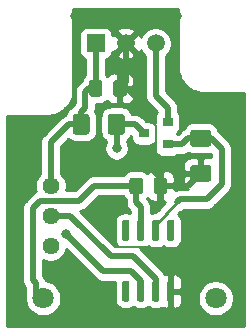
<source format=gbr>
G04 #@! TF.GenerationSoftware,KiCad,Pcbnew,(5.1.5)-1*
G04 #@! TF.CreationDate,2021-04-01T17:00:37+02:00*
G04 #@! TF.ProjectId,KonstantStromQuelle,4b6f6e73-7461-46e7-9453-74726f6d5175,rev?*
G04 #@! TF.SameCoordinates,Original*
G04 #@! TF.FileFunction,Copper,L1,Top*
G04 #@! TF.FilePolarity,Positive*
%FSLAX46Y46*%
G04 Gerber Fmt 4.6, Leading zero omitted, Abs format (unit mm)*
G04 Created by KiCad (PCBNEW (5.1.5)-1) date 2021-04-01 17:00:37*
%MOMM*%
%LPD*%
G04 APERTURE LIST*
%ADD10C,0.100000*%
%ADD11C,1.500000*%
%ADD12R,1.500000X1.500000*%
%ADD13C,1.800000*%
%ADD14R,0.900000X0.800000*%
%ADD15C,1.440000*%
%ADD16C,0.700000*%
%ADD17C,0.800000*%
%ADD18C,0.250000*%
%ADD19C,0.500000*%
%ADD20C,0.150000*%
%ADD21C,0.254000*%
G04 APERTURE END LIST*
G04 #@! TA.AperFunction,SMDPad,CuDef*
D10*
G36*
X127958504Y-65674204D02*
G01*
X127982773Y-65677804D01*
X128006571Y-65683765D01*
X128029671Y-65692030D01*
X128051849Y-65702520D01*
X128072893Y-65715133D01*
X128092598Y-65729747D01*
X128110777Y-65746223D01*
X128127253Y-65764402D01*
X128141867Y-65784107D01*
X128154480Y-65805151D01*
X128164970Y-65827329D01*
X128173235Y-65850429D01*
X128179196Y-65874227D01*
X128182796Y-65898496D01*
X128184000Y-65923000D01*
X128184000Y-67173000D01*
X128182796Y-67197504D01*
X128179196Y-67221773D01*
X128173235Y-67245571D01*
X128164970Y-67268671D01*
X128154480Y-67290849D01*
X128141867Y-67311893D01*
X128127253Y-67331598D01*
X128110777Y-67349777D01*
X128092598Y-67366253D01*
X128072893Y-67380867D01*
X128051849Y-67393480D01*
X128029671Y-67403970D01*
X128006571Y-67412235D01*
X127982773Y-67418196D01*
X127958504Y-67421796D01*
X127934000Y-67423000D01*
X127009000Y-67423000D01*
X126984496Y-67421796D01*
X126960227Y-67418196D01*
X126936429Y-67412235D01*
X126913329Y-67403970D01*
X126891151Y-67393480D01*
X126870107Y-67380867D01*
X126850402Y-67366253D01*
X126832223Y-67349777D01*
X126815747Y-67331598D01*
X126801133Y-67311893D01*
X126788520Y-67290849D01*
X126778030Y-67268671D01*
X126769765Y-67245571D01*
X126763804Y-67221773D01*
X126760204Y-67197504D01*
X126759000Y-67173000D01*
X126759000Y-65923000D01*
X126760204Y-65898496D01*
X126763804Y-65874227D01*
X126769765Y-65850429D01*
X126778030Y-65827329D01*
X126788520Y-65805151D01*
X126801133Y-65784107D01*
X126815747Y-65764402D01*
X126832223Y-65746223D01*
X126850402Y-65729747D01*
X126870107Y-65715133D01*
X126891151Y-65702520D01*
X126913329Y-65692030D01*
X126936429Y-65683765D01*
X126960227Y-65677804D01*
X126984496Y-65674204D01*
X127009000Y-65673000D01*
X127934000Y-65673000D01*
X127958504Y-65674204D01*
G37*
G04 #@! TD.AperFunction*
G04 #@! TA.AperFunction,SMDPad,CuDef*
G36*
X124983504Y-65674204D02*
G01*
X125007773Y-65677804D01*
X125031571Y-65683765D01*
X125054671Y-65692030D01*
X125076849Y-65702520D01*
X125097893Y-65715133D01*
X125117598Y-65729747D01*
X125135777Y-65746223D01*
X125152253Y-65764402D01*
X125166867Y-65784107D01*
X125179480Y-65805151D01*
X125189970Y-65827329D01*
X125198235Y-65850429D01*
X125204196Y-65874227D01*
X125207796Y-65898496D01*
X125209000Y-65923000D01*
X125209000Y-67173000D01*
X125207796Y-67197504D01*
X125204196Y-67221773D01*
X125198235Y-67245571D01*
X125189970Y-67268671D01*
X125179480Y-67290849D01*
X125166867Y-67311893D01*
X125152253Y-67331598D01*
X125135777Y-67349777D01*
X125117598Y-67366253D01*
X125097893Y-67380867D01*
X125076849Y-67393480D01*
X125054671Y-67403970D01*
X125031571Y-67412235D01*
X125007773Y-67418196D01*
X124983504Y-67421796D01*
X124959000Y-67423000D01*
X124034000Y-67423000D01*
X124009496Y-67421796D01*
X123985227Y-67418196D01*
X123961429Y-67412235D01*
X123938329Y-67403970D01*
X123916151Y-67393480D01*
X123895107Y-67380867D01*
X123875402Y-67366253D01*
X123857223Y-67349777D01*
X123840747Y-67331598D01*
X123826133Y-67311893D01*
X123813520Y-67290849D01*
X123803030Y-67268671D01*
X123794765Y-67245571D01*
X123788804Y-67221773D01*
X123785204Y-67197504D01*
X123784000Y-67173000D01*
X123784000Y-65923000D01*
X123785204Y-65898496D01*
X123788804Y-65874227D01*
X123794765Y-65850429D01*
X123803030Y-65827329D01*
X123813520Y-65805151D01*
X123826133Y-65784107D01*
X123840747Y-65764402D01*
X123857223Y-65746223D01*
X123875402Y-65729747D01*
X123895107Y-65715133D01*
X123916151Y-65702520D01*
X123938329Y-65692030D01*
X123961429Y-65683765D01*
X123985227Y-65677804D01*
X124009496Y-65674204D01*
X124034000Y-65673000D01*
X124959000Y-65673000D01*
X124983504Y-65674204D01*
G37*
G04 #@! TD.AperFunction*
G04 #@! TA.AperFunction,SMDPad,CuDef*
G36*
X129499505Y-71056204D02*
G01*
X129523773Y-71059804D01*
X129547572Y-71065765D01*
X129570671Y-71074030D01*
X129592850Y-71084520D01*
X129613893Y-71097132D01*
X129633599Y-71111747D01*
X129651777Y-71128223D01*
X129668253Y-71146401D01*
X129682868Y-71166107D01*
X129695480Y-71187150D01*
X129705970Y-71209329D01*
X129714235Y-71232428D01*
X129720196Y-71256227D01*
X129723796Y-71280495D01*
X129725000Y-71304999D01*
X129725000Y-72205001D01*
X129723796Y-72229505D01*
X129720196Y-72253773D01*
X129714235Y-72277572D01*
X129705970Y-72300671D01*
X129695480Y-72322850D01*
X129682868Y-72343893D01*
X129668253Y-72363599D01*
X129651777Y-72381777D01*
X129633599Y-72398253D01*
X129613893Y-72412868D01*
X129592850Y-72425480D01*
X129570671Y-72435970D01*
X129547572Y-72444235D01*
X129523773Y-72450196D01*
X129499505Y-72453796D01*
X129475001Y-72455000D01*
X128824999Y-72455000D01*
X128800495Y-72453796D01*
X128776227Y-72450196D01*
X128752428Y-72444235D01*
X128729329Y-72435970D01*
X128707150Y-72425480D01*
X128686107Y-72412868D01*
X128666401Y-72398253D01*
X128648223Y-72381777D01*
X128631747Y-72363599D01*
X128617132Y-72343893D01*
X128604520Y-72322850D01*
X128594030Y-72300671D01*
X128585765Y-72277572D01*
X128579804Y-72253773D01*
X128576204Y-72229505D01*
X128575000Y-72205001D01*
X128575000Y-71304999D01*
X128576204Y-71280495D01*
X128579804Y-71256227D01*
X128585765Y-71232428D01*
X128594030Y-71209329D01*
X128604520Y-71187150D01*
X128617132Y-71166107D01*
X128631747Y-71146401D01*
X128648223Y-71128223D01*
X128666401Y-71111747D01*
X128686107Y-71097132D01*
X128707150Y-71084520D01*
X128729329Y-71074030D01*
X128752428Y-71065765D01*
X128776227Y-71059804D01*
X128800495Y-71056204D01*
X128824999Y-71055000D01*
X129475001Y-71055000D01*
X129499505Y-71056204D01*
G37*
G04 #@! TD.AperFunction*
G04 #@! TA.AperFunction,SMDPad,CuDef*
G36*
X131549505Y-71056204D02*
G01*
X131573773Y-71059804D01*
X131597572Y-71065765D01*
X131620671Y-71074030D01*
X131642850Y-71084520D01*
X131663893Y-71097132D01*
X131683599Y-71111747D01*
X131701777Y-71128223D01*
X131718253Y-71146401D01*
X131732868Y-71166107D01*
X131745480Y-71187150D01*
X131755970Y-71209329D01*
X131764235Y-71232428D01*
X131770196Y-71256227D01*
X131773796Y-71280495D01*
X131775000Y-71304999D01*
X131775000Y-72205001D01*
X131773796Y-72229505D01*
X131770196Y-72253773D01*
X131764235Y-72277572D01*
X131755970Y-72300671D01*
X131745480Y-72322850D01*
X131732868Y-72343893D01*
X131718253Y-72363599D01*
X131701777Y-72381777D01*
X131683599Y-72398253D01*
X131663893Y-72412868D01*
X131642850Y-72425480D01*
X131620671Y-72435970D01*
X131597572Y-72444235D01*
X131573773Y-72450196D01*
X131549505Y-72453796D01*
X131525001Y-72455000D01*
X130874999Y-72455000D01*
X130850495Y-72453796D01*
X130826227Y-72450196D01*
X130802428Y-72444235D01*
X130779329Y-72435970D01*
X130757150Y-72425480D01*
X130736107Y-72412868D01*
X130716401Y-72398253D01*
X130698223Y-72381777D01*
X130681747Y-72363599D01*
X130667132Y-72343893D01*
X130654520Y-72322850D01*
X130644030Y-72300671D01*
X130635765Y-72277572D01*
X130629804Y-72253773D01*
X130626204Y-72229505D01*
X130625000Y-72205001D01*
X130625000Y-71304999D01*
X130626204Y-71280495D01*
X130629804Y-71256227D01*
X130635765Y-71232428D01*
X130644030Y-71209329D01*
X130654520Y-71187150D01*
X130667132Y-71166107D01*
X130681747Y-71146401D01*
X130698223Y-71128223D01*
X130716401Y-71111747D01*
X130736107Y-71097132D01*
X130757150Y-71084520D01*
X130779329Y-71074030D01*
X130802428Y-71065765D01*
X130826227Y-71059804D01*
X130850495Y-71056204D01*
X130874999Y-71055000D01*
X131525001Y-71055000D01*
X131549505Y-71056204D01*
G37*
G04 #@! TD.AperFunction*
G04 #@! TA.AperFunction,SMDPad,CuDef*
G36*
X128129505Y-62801204D02*
G01*
X128153773Y-62804804D01*
X128177572Y-62810765D01*
X128200671Y-62819030D01*
X128222850Y-62829520D01*
X128243893Y-62842132D01*
X128263599Y-62856747D01*
X128281777Y-62873223D01*
X128298253Y-62891401D01*
X128312868Y-62911107D01*
X128325480Y-62932150D01*
X128335970Y-62954329D01*
X128344235Y-62977428D01*
X128350196Y-63001227D01*
X128353796Y-63025495D01*
X128355000Y-63049999D01*
X128355000Y-63950001D01*
X128353796Y-63974505D01*
X128350196Y-63998773D01*
X128344235Y-64022572D01*
X128335970Y-64045671D01*
X128325480Y-64067850D01*
X128312868Y-64088893D01*
X128298253Y-64108599D01*
X128281777Y-64126777D01*
X128263599Y-64143253D01*
X128243893Y-64157868D01*
X128222850Y-64170480D01*
X128200671Y-64180970D01*
X128177572Y-64189235D01*
X128153773Y-64195196D01*
X128129505Y-64198796D01*
X128105001Y-64200000D01*
X127454999Y-64200000D01*
X127430495Y-64198796D01*
X127406227Y-64195196D01*
X127382428Y-64189235D01*
X127359329Y-64180970D01*
X127337150Y-64170480D01*
X127316107Y-64157868D01*
X127296401Y-64143253D01*
X127278223Y-64126777D01*
X127261747Y-64108599D01*
X127247132Y-64088893D01*
X127234520Y-64067850D01*
X127224030Y-64045671D01*
X127215765Y-64022572D01*
X127209804Y-63998773D01*
X127206204Y-63974505D01*
X127205000Y-63950001D01*
X127205000Y-63049999D01*
X127206204Y-63025495D01*
X127209804Y-63001227D01*
X127215765Y-62977428D01*
X127224030Y-62954329D01*
X127234520Y-62932150D01*
X127247132Y-62911107D01*
X127261747Y-62891401D01*
X127278223Y-62873223D01*
X127296401Y-62856747D01*
X127316107Y-62842132D01*
X127337150Y-62829520D01*
X127359329Y-62819030D01*
X127382428Y-62810765D01*
X127406227Y-62804804D01*
X127430495Y-62801204D01*
X127454999Y-62800000D01*
X128105001Y-62800000D01*
X128129505Y-62801204D01*
G37*
G04 #@! TD.AperFunction*
G04 #@! TA.AperFunction,SMDPad,CuDef*
G36*
X126079505Y-62801204D02*
G01*
X126103773Y-62804804D01*
X126127572Y-62810765D01*
X126150671Y-62819030D01*
X126172850Y-62829520D01*
X126193893Y-62842132D01*
X126213599Y-62856747D01*
X126231777Y-62873223D01*
X126248253Y-62891401D01*
X126262868Y-62911107D01*
X126275480Y-62932150D01*
X126285970Y-62954329D01*
X126294235Y-62977428D01*
X126300196Y-63001227D01*
X126303796Y-63025495D01*
X126305000Y-63049999D01*
X126305000Y-63950001D01*
X126303796Y-63974505D01*
X126300196Y-63998773D01*
X126294235Y-64022572D01*
X126285970Y-64045671D01*
X126275480Y-64067850D01*
X126262868Y-64088893D01*
X126248253Y-64108599D01*
X126231777Y-64126777D01*
X126213599Y-64143253D01*
X126193893Y-64157868D01*
X126172850Y-64170480D01*
X126150671Y-64180970D01*
X126127572Y-64189235D01*
X126103773Y-64195196D01*
X126079505Y-64198796D01*
X126055001Y-64200000D01*
X125404999Y-64200000D01*
X125380495Y-64198796D01*
X125356227Y-64195196D01*
X125332428Y-64189235D01*
X125309329Y-64180970D01*
X125287150Y-64170480D01*
X125266107Y-64157868D01*
X125246401Y-64143253D01*
X125228223Y-64126777D01*
X125211747Y-64108599D01*
X125197132Y-64088893D01*
X125184520Y-64067850D01*
X125174030Y-64045671D01*
X125165765Y-64022572D01*
X125159804Y-63998773D01*
X125156204Y-63974505D01*
X125155000Y-63950001D01*
X125155000Y-63049999D01*
X125156204Y-63025495D01*
X125159804Y-63001227D01*
X125165765Y-62977428D01*
X125174030Y-62954329D01*
X125184520Y-62932150D01*
X125197132Y-62911107D01*
X125211747Y-62891401D01*
X125228223Y-62873223D01*
X125246401Y-62856747D01*
X125266107Y-62842132D01*
X125287150Y-62829520D01*
X125309329Y-62819030D01*
X125332428Y-62810765D01*
X125356227Y-62804804D01*
X125380495Y-62801204D01*
X125404999Y-62800000D01*
X126055001Y-62800000D01*
X126079505Y-62801204D01*
G37*
G04 #@! TD.AperFunction*
D11*
X128270000Y-59690000D03*
X130810000Y-59690000D03*
D12*
X125730000Y-59690000D03*
D13*
X121285000Y-81280000D03*
X135890000Y-81280000D03*
D14*
X131810000Y-68260000D03*
X131810000Y-66360000D03*
X129810000Y-67310000D03*
G04 #@! TA.AperFunction,SMDPad,CuDef*
D10*
G36*
X135269504Y-69991204D02*
G01*
X135293773Y-69994804D01*
X135317571Y-70000765D01*
X135340671Y-70009030D01*
X135362849Y-70019520D01*
X135383893Y-70032133D01*
X135403598Y-70046747D01*
X135421777Y-70063223D01*
X135438253Y-70081402D01*
X135452867Y-70101107D01*
X135465480Y-70122151D01*
X135475970Y-70144329D01*
X135484235Y-70167429D01*
X135490196Y-70191227D01*
X135493796Y-70215496D01*
X135495000Y-70240000D01*
X135495000Y-71165000D01*
X135493796Y-71189504D01*
X135490196Y-71213773D01*
X135484235Y-71237571D01*
X135475970Y-71260671D01*
X135465480Y-71282849D01*
X135452867Y-71303893D01*
X135438253Y-71323598D01*
X135421777Y-71341777D01*
X135403598Y-71358253D01*
X135383893Y-71372867D01*
X135362849Y-71385480D01*
X135340671Y-71395970D01*
X135317571Y-71404235D01*
X135293773Y-71410196D01*
X135269504Y-71413796D01*
X135245000Y-71415000D01*
X133995000Y-71415000D01*
X133970496Y-71413796D01*
X133946227Y-71410196D01*
X133922429Y-71404235D01*
X133899329Y-71395970D01*
X133877151Y-71385480D01*
X133856107Y-71372867D01*
X133836402Y-71358253D01*
X133818223Y-71341777D01*
X133801747Y-71323598D01*
X133787133Y-71303893D01*
X133774520Y-71282849D01*
X133764030Y-71260671D01*
X133755765Y-71237571D01*
X133749804Y-71213773D01*
X133746204Y-71189504D01*
X133745000Y-71165000D01*
X133745000Y-70240000D01*
X133746204Y-70215496D01*
X133749804Y-70191227D01*
X133755765Y-70167429D01*
X133764030Y-70144329D01*
X133774520Y-70122151D01*
X133787133Y-70101107D01*
X133801747Y-70081402D01*
X133818223Y-70063223D01*
X133836402Y-70046747D01*
X133856107Y-70032133D01*
X133877151Y-70019520D01*
X133899329Y-70009030D01*
X133922429Y-70000765D01*
X133946227Y-69994804D01*
X133970496Y-69991204D01*
X133995000Y-69990000D01*
X135245000Y-69990000D01*
X135269504Y-69991204D01*
G37*
G04 #@! TD.AperFunction*
G04 #@! TA.AperFunction,SMDPad,CuDef*
G36*
X135269504Y-67016204D02*
G01*
X135293773Y-67019804D01*
X135317571Y-67025765D01*
X135340671Y-67034030D01*
X135362849Y-67044520D01*
X135383893Y-67057133D01*
X135403598Y-67071747D01*
X135421777Y-67088223D01*
X135438253Y-67106402D01*
X135452867Y-67126107D01*
X135465480Y-67147151D01*
X135475970Y-67169329D01*
X135484235Y-67192429D01*
X135490196Y-67216227D01*
X135493796Y-67240496D01*
X135495000Y-67265000D01*
X135495000Y-68190000D01*
X135493796Y-68214504D01*
X135490196Y-68238773D01*
X135484235Y-68262571D01*
X135475970Y-68285671D01*
X135465480Y-68307849D01*
X135452867Y-68328893D01*
X135438253Y-68348598D01*
X135421777Y-68366777D01*
X135403598Y-68383253D01*
X135383893Y-68397867D01*
X135362849Y-68410480D01*
X135340671Y-68420970D01*
X135317571Y-68429235D01*
X135293773Y-68435196D01*
X135269504Y-68438796D01*
X135245000Y-68440000D01*
X133995000Y-68440000D01*
X133970496Y-68438796D01*
X133946227Y-68435196D01*
X133922429Y-68429235D01*
X133899329Y-68420970D01*
X133877151Y-68410480D01*
X133856107Y-68397867D01*
X133836402Y-68383253D01*
X133818223Y-68366777D01*
X133801747Y-68348598D01*
X133787133Y-68328893D01*
X133774520Y-68307849D01*
X133764030Y-68285671D01*
X133755765Y-68262571D01*
X133749804Y-68238773D01*
X133746204Y-68214504D01*
X133745000Y-68190000D01*
X133745000Y-67265000D01*
X133746204Y-67240496D01*
X133749804Y-67216227D01*
X133755765Y-67192429D01*
X133764030Y-67169329D01*
X133774520Y-67147151D01*
X133787133Y-67126107D01*
X133801747Y-67106402D01*
X133818223Y-67088223D01*
X133836402Y-67071747D01*
X133856107Y-67057133D01*
X133877151Y-67044520D01*
X133899329Y-67034030D01*
X133922429Y-67025765D01*
X133946227Y-67019804D01*
X133970496Y-67016204D01*
X133995000Y-67015000D01*
X135245000Y-67015000D01*
X135269504Y-67016204D01*
G37*
G04 #@! TD.AperFunction*
D15*
X121920000Y-71755000D03*
X121920000Y-74295000D03*
X121920000Y-76835000D03*
G04 #@! TA.AperFunction,SMDPad,CuDef*
D10*
G36*
X128434703Y-74655722D02*
G01*
X128449264Y-74657882D01*
X128463543Y-74661459D01*
X128477403Y-74666418D01*
X128490710Y-74672712D01*
X128503336Y-74680280D01*
X128515159Y-74689048D01*
X128526066Y-74698934D01*
X128535952Y-74709841D01*
X128544720Y-74721664D01*
X128552288Y-74734290D01*
X128558582Y-74747597D01*
X128563541Y-74761457D01*
X128567118Y-74775736D01*
X128569278Y-74790297D01*
X128570000Y-74805000D01*
X128570000Y-76255000D01*
X128569278Y-76269703D01*
X128567118Y-76284264D01*
X128563541Y-76298543D01*
X128558582Y-76312403D01*
X128552288Y-76325710D01*
X128544720Y-76338336D01*
X128535952Y-76350159D01*
X128526066Y-76361066D01*
X128515159Y-76370952D01*
X128503336Y-76379720D01*
X128490710Y-76387288D01*
X128477403Y-76393582D01*
X128463543Y-76398541D01*
X128449264Y-76402118D01*
X128434703Y-76404278D01*
X128420000Y-76405000D01*
X128120000Y-76405000D01*
X128105297Y-76404278D01*
X128090736Y-76402118D01*
X128076457Y-76398541D01*
X128062597Y-76393582D01*
X128049290Y-76387288D01*
X128036664Y-76379720D01*
X128024841Y-76370952D01*
X128013934Y-76361066D01*
X128004048Y-76350159D01*
X127995280Y-76338336D01*
X127987712Y-76325710D01*
X127981418Y-76312403D01*
X127976459Y-76298543D01*
X127972882Y-76284264D01*
X127970722Y-76269703D01*
X127970000Y-76255000D01*
X127970000Y-74805000D01*
X127970722Y-74790297D01*
X127972882Y-74775736D01*
X127976459Y-74761457D01*
X127981418Y-74747597D01*
X127987712Y-74734290D01*
X127995280Y-74721664D01*
X128004048Y-74709841D01*
X128013934Y-74698934D01*
X128024841Y-74689048D01*
X128036664Y-74680280D01*
X128049290Y-74672712D01*
X128062597Y-74666418D01*
X128076457Y-74661459D01*
X128090736Y-74657882D01*
X128105297Y-74655722D01*
X128120000Y-74655000D01*
X128420000Y-74655000D01*
X128434703Y-74655722D01*
G37*
G04 #@! TD.AperFunction*
G04 #@! TA.AperFunction,SMDPad,CuDef*
G36*
X129704703Y-74655722D02*
G01*
X129719264Y-74657882D01*
X129733543Y-74661459D01*
X129747403Y-74666418D01*
X129760710Y-74672712D01*
X129773336Y-74680280D01*
X129785159Y-74689048D01*
X129796066Y-74698934D01*
X129805952Y-74709841D01*
X129814720Y-74721664D01*
X129822288Y-74734290D01*
X129828582Y-74747597D01*
X129833541Y-74761457D01*
X129837118Y-74775736D01*
X129839278Y-74790297D01*
X129840000Y-74805000D01*
X129840000Y-76255000D01*
X129839278Y-76269703D01*
X129837118Y-76284264D01*
X129833541Y-76298543D01*
X129828582Y-76312403D01*
X129822288Y-76325710D01*
X129814720Y-76338336D01*
X129805952Y-76350159D01*
X129796066Y-76361066D01*
X129785159Y-76370952D01*
X129773336Y-76379720D01*
X129760710Y-76387288D01*
X129747403Y-76393582D01*
X129733543Y-76398541D01*
X129719264Y-76402118D01*
X129704703Y-76404278D01*
X129690000Y-76405000D01*
X129390000Y-76405000D01*
X129375297Y-76404278D01*
X129360736Y-76402118D01*
X129346457Y-76398541D01*
X129332597Y-76393582D01*
X129319290Y-76387288D01*
X129306664Y-76379720D01*
X129294841Y-76370952D01*
X129283934Y-76361066D01*
X129274048Y-76350159D01*
X129265280Y-76338336D01*
X129257712Y-76325710D01*
X129251418Y-76312403D01*
X129246459Y-76298543D01*
X129242882Y-76284264D01*
X129240722Y-76269703D01*
X129240000Y-76255000D01*
X129240000Y-74805000D01*
X129240722Y-74790297D01*
X129242882Y-74775736D01*
X129246459Y-74761457D01*
X129251418Y-74747597D01*
X129257712Y-74734290D01*
X129265280Y-74721664D01*
X129274048Y-74709841D01*
X129283934Y-74698934D01*
X129294841Y-74689048D01*
X129306664Y-74680280D01*
X129319290Y-74672712D01*
X129332597Y-74666418D01*
X129346457Y-74661459D01*
X129360736Y-74657882D01*
X129375297Y-74655722D01*
X129390000Y-74655000D01*
X129690000Y-74655000D01*
X129704703Y-74655722D01*
G37*
G04 #@! TD.AperFunction*
G04 #@! TA.AperFunction,SMDPad,CuDef*
G36*
X130974703Y-74655722D02*
G01*
X130989264Y-74657882D01*
X131003543Y-74661459D01*
X131017403Y-74666418D01*
X131030710Y-74672712D01*
X131043336Y-74680280D01*
X131055159Y-74689048D01*
X131066066Y-74698934D01*
X131075952Y-74709841D01*
X131084720Y-74721664D01*
X131092288Y-74734290D01*
X131098582Y-74747597D01*
X131103541Y-74761457D01*
X131107118Y-74775736D01*
X131109278Y-74790297D01*
X131110000Y-74805000D01*
X131110000Y-76255000D01*
X131109278Y-76269703D01*
X131107118Y-76284264D01*
X131103541Y-76298543D01*
X131098582Y-76312403D01*
X131092288Y-76325710D01*
X131084720Y-76338336D01*
X131075952Y-76350159D01*
X131066066Y-76361066D01*
X131055159Y-76370952D01*
X131043336Y-76379720D01*
X131030710Y-76387288D01*
X131017403Y-76393582D01*
X131003543Y-76398541D01*
X130989264Y-76402118D01*
X130974703Y-76404278D01*
X130960000Y-76405000D01*
X130660000Y-76405000D01*
X130645297Y-76404278D01*
X130630736Y-76402118D01*
X130616457Y-76398541D01*
X130602597Y-76393582D01*
X130589290Y-76387288D01*
X130576664Y-76379720D01*
X130564841Y-76370952D01*
X130553934Y-76361066D01*
X130544048Y-76350159D01*
X130535280Y-76338336D01*
X130527712Y-76325710D01*
X130521418Y-76312403D01*
X130516459Y-76298543D01*
X130512882Y-76284264D01*
X130510722Y-76269703D01*
X130510000Y-76255000D01*
X130510000Y-74805000D01*
X130510722Y-74790297D01*
X130512882Y-74775736D01*
X130516459Y-74761457D01*
X130521418Y-74747597D01*
X130527712Y-74734290D01*
X130535280Y-74721664D01*
X130544048Y-74709841D01*
X130553934Y-74698934D01*
X130564841Y-74689048D01*
X130576664Y-74680280D01*
X130589290Y-74672712D01*
X130602597Y-74666418D01*
X130616457Y-74661459D01*
X130630736Y-74657882D01*
X130645297Y-74655722D01*
X130660000Y-74655000D01*
X130960000Y-74655000D01*
X130974703Y-74655722D01*
G37*
G04 #@! TD.AperFunction*
G04 #@! TA.AperFunction,SMDPad,CuDef*
G36*
X132244703Y-74655722D02*
G01*
X132259264Y-74657882D01*
X132273543Y-74661459D01*
X132287403Y-74666418D01*
X132300710Y-74672712D01*
X132313336Y-74680280D01*
X132325159Y-74689048D01*
X132336066Y-74698934D01*
X132345952Y-74709841D01*
X132354720Y-74721664D01*
X132362288Y-74734290D01*
X132368582Y-74747597D01*
X132373541Y-74761457D01*
X132377118Y-74775736D01*
X132379278Y-74790297D01*
X132380000Y-74805000D01*
X132380000Y-76255000D01*
X132379278Y-76269703D01*
X132377118Y-76284264D01*
X132373541Y-76298543D01*
X132368582Y-76312403D01*
X132362288Y-76325710D01*
X132354720Y-76338336D01*
X132345952Y-76350159D01*
X132336066Y-76361066D01*
X132325159Y-76370952D01*
X132313336Y-76379720D01*
X132300710Y-76387288D01*
X132287403Y-76393582D01*
X132273543Y-76398541D01*
X132259264Y-76402118D01*
X132244703Y-76404278D01*
X132230000Y-76405000D01*
X131930000Y-76405000D01*
X131915297Y-76404278D01*
X131900736Y-76402118D01*
X131886457Y-76398541D01*
X131872597Y-76393582D01*
X131859290Y-76387288D01*
X131846664Y-76379720D01*
X131834841Y-76370952D01*
X131823934Y-76361066D01*
X131814048Y-76350159D01*
X131805280Y-76338336D01*
X131797712Y-76325710D01*
X131791418Y-76312403D01*
X131786459Y-76298543D01*
X131782882Y-76284264D01*
X131780722Y-76269703D01*
X131780000Y-76255000D01*
X131780000Y-74805000D01*
X131780722Y-74790297D01*
X131782882Y-74775736D01*
X131786459Y-74761457D01*
X131791418Y-74747597D01*
X131797712Y-74734290D01*
X131805280Y-74721664D01*
X131814048Y-74709841D01*
X131823934Y-74698934D01*
X131834841Y-74689048D01*
X131846664Y-74680280D01*
X131859290Y-74672712D01*
X131872597Y-74666418D01*
X131886457Y-74661459D01*
X131900736Y-74657882D01*
X131915297Y-74655722D01*
X131930000Y-74655000D01*
X132230000Y-74655000D01*
X132244703Y-74655722D01*
G37*
G04 #@! TD.AperFunction*
G04 #@! TA.AperFunction,SMDPad,CuDef*
G36*
X132244703Y-79805722D02*
G01*
X132259264Y-79807882D01*
X132273543Y-79811459D01*
X132287403Y-79816418D01*
X132300710Y-79822712D01*
X132313336Y-79830280D01*
X132325159Y-79839048D01*
X132336066Y-79848934D01*
X132345952Y-79859841D01*
X132354720Y-79871664D01*
X132362288Y-79884290D01*
X132368582Y-79897597D01*
X132373541Y-79911457D01*
X132377118Y-79925736D01*
X132379278Y-79940297D01*
X132380000Y-79955000D01*
X132380000Y-81405000D01*
X132379278Y-81419703D01*
X132377118Y-81434264D01*
X132373541Y-81448543D01*
X132368582Y-81462403D01*
X132362288Y-81475710D01*
X132354720Y-81488336D01*
X132345952Y-81500159D01*
X132336066Y-81511066D01*
X132325159Y-81520952D01*
X132313336Y-81529720D01*
X132300710Y-81537288D01*
X132287403Y-81543582D01*
X132273543Y-81548541D01*
X132259264Y-81552118D01*
X132244703Y-81554278D01*
X132230000Y-81555000D01*
X131930000Y-81555000D01*
X131915297Y-81554278D01*
X131900736Y-81552118D01*
X131886457Y-81548541D01*
X131872597Y-81543582D01*
X131859290Y-81537288D01*
X131846664Y-81529720D01*
X131834841Y-81520952D01*
X131823934Y-81511066D01*
X131814048Y-81500159D01*
X131805280Y-81488336D01*
X131797712Y-81475710D01*
X131791418Y-81462403D01*
X131786459Y-81448543D01*
X131782882Y-81434264D01*
X131780722Y-81419703D01*
X131780000Y-81405000D01*
X131780000Y-79955000D01*
X131780722Y-79940297D01*
X131782882Y-79925736D01*
X131786459Y-79911457D01*
X131791418Y-79897597D01*
X131797712Y-79884290D01*
X131805280Y-79871664D01*
X131814048Y-79859841D01*
X131823934Y-79848934D01*
X131834841Y-79839048D01*
X131846664Y-79830280D01*
X131859290Y-79822712D01*
X131872597Y-79816418D01*
X131886457Y-79811459D01*
X131900736Y-79807882D01*
X131915297Y-79805722D01*
X131930000Y-79805000D01*
X132230000Y-79805000D01*
X132244703Y-79805722D01*
G37*
G04 #@! TD.AperFunction*
G04 #@! TA.AperFunction,SMDPad,CuDef*
G36*
X130974703Y-79805722D02*
G01*
X130989264Y-79807882D01*
X131003543Y-79811459D01*
X131017403Y-79816418D01*
X131030710Y-79822712D01*
X131043336Y-79830280D01*
X131055159Y-79839048D01*
X131066066Y-79848934D01*
X131075952Y-79859841D01*
X131084720Y-79871664D01*
X131092288Y-79884290D01*
X131098582Y-79897597D01*
X131103541Y-79911457D01*
X131107118Y-79925736D01*
X131109278Y-79940297D01*
X131110000Y-79955000D01*
X131110000Y-81405000D01*
X131109278Y-81419703D01*
X131107118Y-81434264D01*
X131103541Y-81448543D01*
X131098582Y-81462403D01*
X131092288Y-81475710D01*
X131084720Y-81488336D01*
X131075952Y-81500159D01*
X131066066Y-81511066D01*
X131055159Y-81520952D01*
X131043336Y-81529720D01*
X131030710Y-81537288D01*
X131017403Y-81543582D01*
X131003543Y-81548541D01*
X130989264Y-81552118D01*
X130974703Y-81554278D01*
X130960000Y-81555000D01*
X130660000Y-81555000D01*
X130645297Y-81554278D01*
X130630736Y-81552118D01*
X130616457Y-81548541D01*
X130602597Y-81543582D01*
X130589290Y-81537288D01*
X130576664Y-81529720D01*
X130564841Y-81520952D01*
X130553934Y-81511066D01*
X130544048Y-81500159D01*
X130535280Y-81488336D01*
X130527712Y-81475710D01*
X130521418Y-81462403D01*
X130516459Y-81448543D01*
X130512882Y-81434264D01*
X130510722Y-81419703D01*
X130510000Y-81405000D01*
X130510000Y-79955000D01*
X130510722Y-79940297D01*
X130512882Y-79925736D01*
X130516459Y-79911457D01*
X130521418Y-79897597D01*
X130527712Y-79884290D01*
X130535280Y-79871664D01*
X130544048Y-79859841D01*
X130553934Y-79848934D01*
X130564841Y-79839048D01*
X130576664Y-79830280D01*
X130589290Y-79822712D01*
X130602597Y-79816418D01*
X130616457Y-79811459D01*
X130630736Y-79807882D01*
X130645297Y-79805722D01*
X130660000Y-79805000D01*
X130960000Y-79805000D01*
X130974703Y-79805722D01*
G37*
G04 #@! TD.AperFunction*
G04 #@! TA.AperFunction,SMDPad,CuDef*
G36*
X129704703Y-79805722D02*
G01*
X129719264Y-79807882D01*
X129733543Y-79811459D01*
X129747403Y-79816418D01*
X129760710Y-79822712D01*
X129773336Y-79830280D01*
X129785159Y-79839048D01*
X129796066Y-79848934D01*
X129805952Y-79859841D01*
X129814720Y-79871664D01*
X129822288Y-79884290D01*
X129828582Y-79897597D01*
X129833541Y-79911457D01*
X129837118Y-79925736D01*
X129839278Y-79940297D01*
X129840000Y-79955000D01*
X129840000Y-81405000D01*
X129839278Y-81419703D01*
X129837118Y-81434264D01*
X129833541Y-81448543D01*
X129828582Y-81462403D01*
X129822288Y-81475710D01*
X129814720Y-81488336D01*
X129805952Y-81500159D01*
X129796066Y-81511066D01*
X129785159Y-81520952D01*
X129773336Y-81529720D01*
X129760710Y-81537288D01*
X129747403Y-81543582D01*
X129733543Y-81548541D01*
X129719264Y-81552118D01*
X129704703Y-81554278D01*
X129690000Y-81555000D01*
X129390000Y-81555000D01*
X129375297Y-81554278D01*
X129360736Y-81552118D01*
X129346457Y-81548541D01*
X129332597Y-81543582D01*
X129319290Y-81537288D01*
X129306664Y-81529720D01*
X129294841Y-81520952D01*
X129283934Y-81511066D01*
X129274048Y-81500159D01*
X129265280Y-81488336D01*
X129257712Y-81475710D01*
X129251418Y-81462403D01*
X129246459Y-81448543D01*
X129242882Y-81434264D01*
X129240722Y-81419703D01*
X129240000Y-81405000D01*
X129240000Y-79955000D01*
X129240722Y-79940297D01*
X129242882Y-79925736D01*
X129246459Y-79911457D01*
X129251418Y-79897597D01*
X129257712Y-79884290D01*
X129265280Y-79871664D01*
X129274048Y-79859841D01*
X129283934Y-79848934D01*
X129294841Y-79839048D01*
X129306664Y-79830280D01*
X129319290Y-79822712D01*
X129332597Y-79816418D01*
X129346457Y-79811459D01*
X129360736Y-79807882D01*
X129375297Y-79805722D01*
X129390000Y-79805000D01*
X129690000Y-79805000D01*
X129704703Y-79805722D01*
G37*
G04 #@! TD.AperFunction*
G04 #@! TA.AperFunction,SMDPad,CuDef*
G36*
X128434703Y-79805722D02*
G01*
X128449264Y-79807882D01*
X128463543Y-79811459D01*
X128477403Y-79816418D01*
X128490710Y-79822712D01*
X128503336Y-79830280D01*
X128515159Y-79839048D01*
X128526066Y-79848934D01*
X128535952Y-79859841D01*
X128544720Y-79871664D01*
X128552288Y-79884290D01*
X128558582Y-79897597D01*
X128563541Y-79911457D01*
X128567118Y-79925736D01*
X128569278Y-79940297D01*
X128570000Y-79955000D01*
X128570000Y-81405000D01*
X128569278Y-81419703D01*
X128567118Y-81434264D01*
X128563541Y-81448543D01*
X128558582Y-81462403D01*
X128552288Y-81475710D01*
X128544720Y-81488336D01*
X128535952Y-81500159D01*
X128526066Y-81511066D01*
X128515159Y-81520952D01*
X128503336Y-81529720D01*
X128490710Y-81537288D01*
X128477403Y-81543582D01*
X128463543Y-81548541D01*
X128449264Y-81552118D01*
X128434703Y-81554278D01*
X128420000Y-81555000D01*
X128120000Y-81555000D01*
X128105297Y-81554278D01*
X128090736Y-81552118D01*
X128076457Y-81548541D01*
X128062597Y-81543582D01*
X128049290Y-81537288D01*
X128036664Y-81529720D01*
X128024841Y-81520952D01*
X128013934Y-81511066D01*
X128004048Y-81500159D01*
X127995280Y-81488336D01*
X127987712Y-81475710D01*
X127981418Y-81462403D01*
X127976459Y-81448543D01*
X127972882Y-81434264D01*
X127970722Y-81419703D01*
X127970000Y-81405000D01*
X127970000Y-79955000D01*
X127970722Y-79940297D01*
X127972882Y-79925736D01*
X127976459Y-79911457D01*
X127981418Y-79897597D01*
X127987712Y-79884290D01*
X127995280Y-79871664D01*
X128004048Y-79859841D01*
X128013934Y-79848934D01*
X128024841Y-79839048D01*
X128036664Y-79830280D01*
X128049290Y-79822712D01*
X128062597Y-79816418D01*
X128076457Y-79811459D01*
X128090736Y-79807882D01*
X128105297Y-79805722D01*
X128120000Y-79805000D01*
X128420000Y-79805000D01*
X128434703Y-79805722D01*
G37*
G04 #@! TD.AperFunction*
D16*
X126746000Y-74930000D03*
X123190000Y-77978000D03*
D17*
X123952000Y-57404000D03*
X132588000Y-57404000D03*
X132588000Y-83058000D03*
X126746000Y-83312000D03*
X137160000Y-64516000D03*
X137668000Y-67310000D03*
X137668000Y-70612000D03*
X137668000Y-74422000D03*
X137668000Y-76962000D03*
X137668000Y-79248000D03*
X135382000Y-76962000D03*
X119126000Y-67310000D03*
X119126000Y-70612000D03*
X118618000Y-74676000D03*
X118618000Y-77724000D03*
X123190000Y-68580000D03*
X129540000Y-63373000D03*
X128651000Y-69723000D03*
X130937000Y-73660000D03*
X130937000Y-77724000D03*
X127508000Y-68580000D03*
X123190000Y-75819000D03*
D18*
X126746000Y-71755000D02*
X129150000Y-71755000D01*
D19*
X125603000Y-71755000D02*
X129150000Y-71755000D01*
X124333000Y-73025000D02*
X125603000Y-71755000D01*
X120650000Y-81280000D02*
X120650000Y-80007208D01*
X120650000Y-80007208D02*
X120396000Y-79753208D01*
X121031000Y-73025000D02*
X124333000Y-73025000D01*
X120396000Y-79753208D02*
X120396000Y-73660000D01*
X120396000Y-73660000D02*
X121031000Y-73025000D01*
X129150000Y-71755000D02*
X129150000Y-73143000D01*
X129540000Y-73533000D02*
X129540000Y-75530000D01*
X129150000Y-73143000D02*
X129540000Y-73533000D01*
X128270000Y-63010000D02*
X127780000Y-63500000D01*
X128270000Y-59690000D02*
X128270000Y-63010000D01*
X131200000Y-73397000D02*
X131200000Y-71755000D01*
X130937000Y-73660000D02*
X131200000Y-73397000D01*
X132080000Y-78867000D02*
X131336999Y-78123999D01*
X132080000Y-80680000D02*
X132080000Y-78867000D01*
X131336999Y-78123999D02*
X130937000Y-77724000D01*
X131200000Y-71055000D02*
X130556000Y-70411000D01*
X131200000Y-71755000D02*
X131200000Y-71055000D01*
X130556000Y-70411000D02*
X130556000Y-68834000D01*
D20*
X130556000Y-68834000D02*
X130810000Y-68580000D01*
X130810000Y-68580000D02*
X130810000Y-66675000D01*
X130810000Y-66675000D02*
X130429000Y-66294000D01*
D19*
X128355000Y-63500000D02*
X127780000Y-63500000D01*
X130429000Y-65574000D02*
X128355000Y-63500000D01*
X130429000Y-66294000D02*
X130429000Y-65574000D01*
X133350000Y-71755000D02*
X131200000Y-71755000D01*
X134620000Y-70702500D02*
X133567500Y-71755000D01*
X133567500Y-71755000D02*
X133350000Y-71755000D01*
D20*
X130937000Y-77724000D02*
X130175000Y-76962000D01*
X130175000Y-76962000D02*
X127508000Y-76962000D01*
X126746000Y-76200000D02*
X126746000Y-74930000D01*
X127508000Y-76962000D02*
X126746000Y-76200000D01*
D19*
X125730000Y-60690000D02*
X125730000Y-63500000D01*
X125730000Y-59690000D02*
X125730000Y-60690000D01*
X123444000Y-66548000D02*
X124496500Y-66548000D01*
X121920000Y-71755000D02*
X121920000Y-68072000D01*
X121920000Y-68072000D02*
X123444000Y-66548000D01*
X124496500Y-65495500D02*
X124496500Y-66548000D01*
X124841000Y-65151000D02*
X124496500Y-65495500D01*
X124841000Y-63814000D02*
X124841000Y-65151000D01*
X125730000Y-63500000D02*
X125155000Y-63500000D01*
X125155000Y-63500000D02*
X124841000Y-63814000D01*
X130810000Y-59690000D02*
X130810000Y-64135000D01*
X131810000Y-65135000D02*
X131810000Y-66360000D01*
X130810000Y-64135000D02*
X131810000Y-65135000D01*
X134620000Y-67727500D02*
X133567500Y-67727500D01*
X133035000Y-68260000D02*
X131810000Y-68260000D01*
X133567500Y-67727500D02*
X133035000Y-68260000D01*
X130810000Y-75530000D02*
X130810000Y-75076456D01*
X132842000Y-72898000D02*
X132588000Y-73152000D01*
X135128000Y-72898000D02*
X132842000Y-72898000D01*
D18*
X130810000Y-75076456D02*
X132588000Y-73152000D01*
D19*
X135495000Y-67727500D02*
X136398000Y-68630500D01*
X136398000Y-68630500D02*
X136398000Y-71628000D01*
X134620000Y-67727500D02*
X135495000Y-67727500D01*
X136398000Y-71628000D02*
X135128000Y-72898000D01*
X129048000Y-66548000D02*
X129810000Y-67310000D01*
X127471500Y-66548000D02*
X129048000Y-66548000D01*
X127508000Y-66584500D02*
X127471500Y-66548000D01*
X127508000Y-68580000D02*
X127508000Y-66584500D01*
X126111000Y-78740000D02*
X123190000Y-75819000D01*
X126365000Y-78994000D02*
X126111000Y-78740000D01*
X128729000Y-78994000D02*
X126365000Y-78994000D01*
X129540000Y-80680000D02*
X129540000Y-79805000D01*
X129540000Y-79805000D02*
X128729000Y-78994000D01*
X123571000Y-74295000D02*
X121920000Y-74295000D01*
X127000000Y-77724000D02*
X123571000Y-74295000D01*
X130810000Y-80680000D02*
X130810000Y-79629000D01*
X128905000Y-77724000D02*
X127000000Y-77724000D01*
X130810000Y-79629000D02*
X128905000Y-77724000D01*
D21*
G36*
X132690001Y-61754419D02*
G01*
X132692819Y-61783030D01*
X132692753Y-61792456D01*
X132693652Y-61801627D01*
X132724742Y-62097431D01*
X132736771Y-62156028D01*
X132747980Y-62214790D01*
X132750644Y-62223612D01*
X132838598Y-62507743D01*
X132861773Y-62562875D01*
X132884186Y-62618349D01*
X132888513Y-62626486D01*
X133029979Y-62888122D01*
X133063412Y-62937689D01*
X133096183Y-62987768D01*
X133102007Y-62994909D01*
X133291597Y-63224084D01*
X133334015Y-63266206D01*
X133375897Y-63308976D01*
X133382998Y-63314850D01*
X133613492Y-63502836D01*
X133663334Y-63535951D01*
X133712674Y-63569735D01*
X133720781Y-63574118D01*
X133983399Y-63713754D01*
X134038701Y-63736548D01*
X134093684Y-63760114D01*
X134102487Y-63762839D01*
X134387225Y-63848807D01*
X134445910Y-63860427D01*
X134504418Y-63872863D01*
X134513581Y-63873826D01*
X134513583Y-63873826D01*
X134809596Y-63902850D01*
X134809598Y-63902850D01*
X134841581Y-63906000D01*
X138278000Y-63906000D01*
X138278001Y-83668000D01*
X118262000Y-83668000D01*
X118262000Y-73660000D01*
X119506719Y-73660000D01*
X119511001Y-73703479D01*
X119511000Y-79709739D01*
X119506719Y-79753208D01*
X119511000Y-79796677D01*
X119511000Y-79796684D01*
X119523805Y-79926697D01*
X119574411Y-80093520D01*
X119656589Y-80247266D01*
X119765001Y-80379366D01*
X119765000Y-81053405D01*
X119750000Y-81128816D01*
X119750000Y-81431184D01*
X119808989Y-81727743D01*
X119924701Y-82007095D01*
X120092688Y-82258505D01*
X120306495Y-82472312D01*
X120557905Y-82640299D01*
X120837257Y-82756011D01*
X121133816Y-82815000D01*
X121436184Y-82815000D01*
X121732743Y-82756011D01*
X122012095Y-82640299D01*
X122263505Y-82472312D01*
X122477312Y-82258505D01*
X122645299Y-82007095D01*
X122761011Y-81727743D01*
X122820000Y-81431184D01*
X122820000Y-81128816D01*
X122761011Y-80832257D01*
X122645299Y-80552905D01*
X122477312Y-80301495D01*
X122263505Y-80087688D01*
X122012095Y-79919701D01*
X121732743Y-79803989D01*
X121499077Y-79757510D01*
X121471589Y-79666895D01*
X121389411Y-79513149D01*
X121281000Y-79381051D01*
X121281000Y-78036958D01*
X121524761Y-78137928D01*
X121786544Y-78190000D01*
X122053456Y-78190000D01*
X122315239Y-78137928D01*
X122561833Y-78035785D01*
X122783762Y-77887497D01*
X122972497Y-77698762D01*
X123120785Y-77476833D01*
X123222928Y-77230239D01*
X123243954Y-77124533D01*
X125515953Y-79396532D01*
X125515959Y-79396537D01*
X125708466Y-79589044D01*
X125736183Y-79622817D01*
X125870941Y-79733411D01*
X126024687Y-79815589D01*
X126191510Y-79866195D01*
X126321523Y-79879000D01*
X126321533Y-79879000D01*
X126364999Y-79883281D01*
X126408465Y-79879000D01*
X127339414Y-79879000D01*
X127331928Y-79955000D01*
X127331928Y-81405000D01*
X127347071Y-81558745D01*
X127391916Y-81706582D01*
X127464742Y-81842829D01*
X127562749Y-81962251D01*
X127682171Y-82060258D01*
X127818418Y-82133084D01*
X127966255Y-82177929D01*
X128120000Y-82193072D01*
X128420000Y-82193072D01*
X128573745Y-82177929D01*
X128721582Y-82133084D01*
X128857829Y-82060258D01*
X128905000Y-82021546D01*
X128952171Y-82060258D01*
X129088418Y-82133084D01*
X129236255Y-82177929D01*
X129390000Y-82193072D01*
X129690000Y-82193072D01*
X129843745Y-82177929D01*
X129991582Y-82133084D01*
X130127829Y-82060258D01*
X130175000Y-82021546D01*
X130222171Y-82060258D01*
X130358418Y-82133084D01*
X130506255Y-82177929D01*
X130660000Y-82193072D01*
X130960000Y-82193072D01*
X131113745Y-82177929D01*
X131261582Y-82133084D01*
X131395936Y-82061270D01*
X131425506Y-82085537D01*
X131535820Y-82144502D01*
X131655518Y-82180812D01*
X131780000Y-82193072D01*
X131794250Y-82190000D01*
X131953000Y-82031250D01*
X131953000Y-80807000D01*
X132207000Y-80807000D01*
X132207000Y-82031250D01*
X132365750Y-82190000D01*
X132380000Y-82193072D01*
X132504482Y-82180812D01*
X132624180Y-82144502D01*
X132734494Y-82085537D01*
X132831185Y-82006185D01*
X132910537Y-81909494D01*
X132969502Y-81799180D01*
X133005812Y-81679482D01*
X133018072Y-81555000D01*
X133015851Y-81128816D01*
X134355000Y-81128816D01*
X134355000Y-81431184D01*
X134413989Y-81727743D01*
X134529701Y-82007095D01*
X134697688Y-82258505D01*
X134911495Y-82472312D01*
X135162905Y-82640299D01*
X135442257Y-82756011D01*
X135738816Y-82815000D01*
X136041184Y-82815000D01*
X136337743Y-82756011D01*
X136617095Y-82640299D01*
X136868505Y-82472312D01*
X137082312Y-82258505D01*
X137250299Y-82007095D01*
X137366011Y-81727743D01*
X137425000Y-81431184D01*
X137425000Y-81128816D01*
X137366011Y-80832257D01*
X137250299Y-80552905D01*
X137082312Y-80301495D01*
X136868505Y-80087688D01*
X136617095Y-79919701D01*
X136337743Y-79803989D01*
X136041184Y-79745000D01*
X135738816Y-79745000D01*
X135442257Y-79803989D01*
X135162905Y-79919701D01*
X134911495Y-80087688D01*
X134697688Y-80301495D01*
X134529701Y-80552905D01*
X134413989Y-80832257D01*
X134355000Y-81128816D01*
X133015851Y-81128816D01*
X133015000Y-80965750D01*
X132856250Y-80807000D01*
X132207000Y-80807000D01*
X131953000Y-80807000D01*
X131933000Y-80807000D01*
X131933000Y-80553000D01*
X131953000Y-80553000D01*
X131953000Y-79328750D01*
X132207000Y-79328750D01*
X132207000Y-80553000D01*
X132856250Y-80553000D01*
X133015000Y-80394250D01*
X133018072Y-79805000D01*
X133005812Y-79680518D01*
X132969502Y-79560820D01*
X132910537Y-79450506D01*
X132831185Y-79353815D01*
X132734494Y-79274463D01*
X132624180Y-79215498D01*
X132504482Y-79179188D01*
X132380000Y-79166928D01*
X132365750Y-79170000D01*
X132207000Y-79328750D01*
X131953000Y-79328750D01*
X131794250Y-79170000D01*
X131780000Y-79166928D01*
X131655518Y-79179188D01*
X131584566Y-79200711D01*
X131549411Y-79134941D01*
X131535447Y-79117926D01*
X131466532Y-79033953D01*
X131466530Y-79033951D01*
X131438817Y-79000183D01*
X131405049Y-78972470D01*
X129561534Y-77128956D01*
X129533817Y-77095183D01*
X129470320Y-77043072D01*
X129690000Y-77043072D01*
X129843745Y-77027929D01*
X129991582Y-76983084D01*
X130127829Y-76910258D01*
X130175000Y-76871546D01*
X130222171Y-76910258D01*
X130358418Y-76983084D01*
X130506255Y-77027929D01*
X130660000Y-77043072D01*
X130960000Y-77043072D01*
X131113745Y-77027929D01*
X131261582Y-76983084D01*
X131397829Y-76910258D01*
X131445000Y-76871546D01*
X131492171Y-76910258D01*
X131628418Y-76983084D01*
X131776255Y-77027929D01*
X131930000Y-77043072D01*
X132230000Y-77043072D01*
X132383745Y-77027929D01*
X132531582Y-76983084D01*
X132667829Y-76910258D01*
X132787251Y-76812251D01*
X132885258Y-76692829D01*
X132958084Y-76556582D01*
X133002929Y-76408745D01*
X133018072Y-76255000D01*
X133018072Y-74805000D01*
X133002929Y-74651255D01*
X132958084Y-74503418D01*
X132885258Y-74367171D01*
X132787251Y-74247749D01*
X132686639Y-74165179D01*
X132838470Y-74000843D01*
X132928313Y-73973588D01*
X133082059Y-73891410D01*
X133183046Y-73808532D01*
X133208578Y-73783000D01*
X135084531Y-73783000D01*
X135128000Y-73787281D01*
X135171469Y-73783000D01*
X135171477Y-73783000D01*
X135301490Y-73770195D01*
X135468313Y-73719589D01*
X135622059Y-73637411D01*
X135756817Y-73526817D01*
X135784534Y-73493044D01*
X136993049Y-72284530D01*
X137026817Y-72256817D01*
X137137411Y-72122059D01*
X137219589Y-71968313D01*
X137270195Y-71801490D01*
X137283000Y-71671477D01*
X137283000Y-71671467D01*
X137287281Y-71628001D01*
X137283000Y-71584535D01*
X137283000Y-68673969D01*
X137287281Y-68630500D01*
X137283000Y-68587031D01*
X137283000Y-68587023D01*
X137270195Y-68457010D01*
X137219589Y-68290187D01*
X137137411Y-68136441D01*
X137133428Y-68131588D01*
X137054532Y-68035453D01*
X137054530Y-68035451D01*
X137026817Y-68001683D01*
X136993050Y-67973971D01*
X136151534Y-67132456D01*
X136123817Y-67098683D01*
X136116065Y-67092321D01*
X136116008Y-67091746D01*
X136065472Y-66925150D01*
X135983405Y-66771614D01*
X135872962Y-66637038D01*
X135738386Y-66526595D01*
X135584850Y-66444528D01*
X135418254Y-66393992D01*
X135245000Y-66376928D01*
X133995000Y-66376928D01*
X133821746Y-66393992D01*
X133655150Y-66444528D01*
X133501614Y-66526595D01*
X133367038Y-66637038D01*
X133256595Y-66771614D01*
X133174528Y-66925150D01*
X133171303Y-66935781D01*
X133073441Y-66988089D01*
X132938683Y-67098683D01*
X132910966Y-67132456D01*
X132669125Y-67374297D01*
X132614494Y-67329463D01*
X132578082Y-67310000D01*
X132614494Y-67290537D01*
X132711185Y-67211185D01*
X132790537Y-67114494D01*
X132849502Y-67004180D01*
X132885812Y-66884482D01*
X132898072Y-66760000D01*
X132898072Y-65960000D01*
X132885812Y-65835518D01*
X132849502Y-65715820D01*
X132790537Y-65605506D01*
X132711185Y-65508815D01*
X132695000Y-65495532D01*
X132695000Y-65178469D01*
X132699281Y-65135000D01*
X132695000Y-65091531D01*
X132695000Y-65091523D01*
X132682195Y-64961510D01*
X132663674Y-64900454D01*
X132631589Y-64794686D01*
X132549411Y-64640941D01*
X132466532Y-64539953D01*
X132466530Y-64539951D01*
X132438817Y-64506183D01*
X132405050Y-64478471D01*
X131695000Y-63768422D01*
X131695000Y-60763685D01*
X131885799Y-60572886D01*
X132037371Y-60346043D01*
X132141775Y-60093989D01*
X132195000Y-59826411D01*
X132195000Y-59553589D01*
X132141775Y-59286011D01*
X132037371Y-59033957D01*
X131885799Y-58807114D01*
X131692886Y-58614201D01*
X131466043Y-58462629D01*
X131213989Y-58358225D01*
X130946411Y-58305000D01*
X130673589Y-58305000D01*
X130406011Y-58358225D01*
X130153957Y-58462629D01*
X129927114Y-58614201D01*
X129734201Y-58807114D01*
X129582629Y-59033957D01*
X129541489Y-59133279D01*
X129526277Y-59091168D01*
X129465860Y-58978137D01*
X129226993Y-58912612D01*
X128449605Y-59690000D01*
X129226993Y-60467388D01*
X129465860Y-60401863D01*
X129540164Y-60243523D01*
X129582629Y-60346043D01*
X129734201Y-60572886D01*
X129925000Y-60763685D01*
X129925001Y-64091521D01*
X129920719Y-64135000D01*
X129937805Y-64308490D01*
X129988412Y-64475313D01*
X130070590Y-64629059D01*
X130153468Y-64730046D01*
X130153471Y-64730049D01*
X130181184Y-64763817D01*
X130214951Y-64791529D01*
X130921679Y-65498258D01*
X130908815Y-65508815D01*
X130829463Y-65605506D01*
X130770498Y-65715820D01*
X130734188Y-65835518D01*
X130721928Y-65960000D01*
X130721928Y-66471905D01*
X130711185Y-66458815D01*
X130614494Y-66379463D01*
X130504180Y-66320498D01*
X130384482Y-66284188D01*
X130260000Y-66271928D01*
X130023506Y-66271928D01*
X129704534Y-65952956D01*
X129676817Y-65919183D01*
X129542059Y-65808589D01*
X129388313Y-65726411D01*
X129221490Y-65675805D01*
X129091477Y-65663000D01*
X129091469Y-65663000D01*
X129048000Y-65658719D01*
X129004531Y-65663000D01*
X128778694Y-65663000D01*
X128754472Y-65583150D01*
X128672405Y-65429614D01*
X128561962Y-65295038D01*
X128427386Y-65184595D01*
X128273850Y-65102528D01*
X128107254Y-65051992D01*
X127934000Y-65034928D01*
X127009000Y-65034928D01*
X126835746Y-65051992D01*
X126669150Y-65102528D01*
X126515614Y-65184595D01*
X126381038Y-65295038D01*
X126270595Y-65429614D01*
X126188528Y-65583150D01*
X126137992Y-65749746D01*
X126120928Y-65923000D01*
X126120928Y-67173000D01*
X126137992Y-67346254D01*
X126188528Y-67512850D01*
X126270595Y-67666386D01*
X126381038Y-67800962D01*
X126515614Y-67911405D01*
X126623000Y-67968804D01*
X126623000Y-68041545D01*
X126590795Y-68089744D01*
X126512774Y-68278102D01*
X126473000Y-68478061D01*
X126473000Y-68681939D01*
X126512774Y-68881898D01*
X126590795Y-69070256D01*
X126704063Y-69239774D01*
X126848226Y-69383937D01*
X127017744Y-69497205D01*
X127206102Y-69575226D01*
X127406061Y-69615000D01*
X127609939Y-69615000D01*
X127809898Y-69575226D01*
X127998256Y-69497205D01*
X128167774Y-69383937D01*
X128311937Y-69239774D01*
X128425205Y-69070256D01*
X128503226Y-68881898D01*
X128543000Y-68681939D01*
X128543000Y-68478061D01*
X128503226Y-68278102D01*
X128425205Y-68089744D01*
X128393000Y-68041546D01*
X128393000Y-67929785D01*
X128427386Y-67911405D01*
X128561962Y-67800962D01*
X128672405Y-67666386D01*
X128721928Y-67573735D01*
X128721928Y-67710000D01*
X128734188Y-67834482D01*
X128770498Y-67954180D01*
X128829463Y-68064494D01*
X128908815Y-68161185D01*
X129005506Y-68240537D01*
X129115820Y-68299502D01*
X129235518Y-68335812D01*
X129360000Y-68348072D01*
X130260000Y-68348072D01*
X130384482Y-68335812D01*
X130504180Y-68299502D01*
X130614494Y-68240537D01*
X130711185Y-68161185D01*
X130721928Y-68148095D01*
X130721928Y-68660000D01*
X130734188Y-68784482D01*
X130770498Y-68904180D01*
X130829463Y-69014494D01*
X130908815Y-69111185D01*
X131005506Y-69190537D01*
X131115820Y-69249502D01*
X131235518Y-69285812D01*
X131360000Y-69298072D01*
X132260000Y-69298072D01*
X132384482Y-69285812D01*
X132504180Y-69249502D01*
X132614494Y-69190537D01*
X132669981Y-69145000D01*
X132991531Y-69145000D01*
X133035000Y-69149281D01*
X133078469Y-69145000D01*
X133078477Y-69145000D01*
X133208490Y-69132195D01*
X133375313Y-69081589D01*
X133529059Y-68999411D01*
X133570629Y-68965295D01*
X133655150Y-69010472D01*
X133821746Y-69061008D01*
X133995000Y-69078072D01*
X135245000Y-69078072D01*
X135418254Y-69061008D01*
X135513000Y-69032267D01*
X135513000Y-69353701D01*
X135495000Y-69351928D01*
X134905750Y-69355000D01*
X134747000Y-69513750D01*
X134747000Y-70575500D01*
X134767000Y-70575500D01*
X134767000Y-70829500D01*
X134747000Y-70829500D01*
X134747000Y-70849500D01*
X134493000Y-70849500D01*
X134493000Y-70829500D01*
X133268750Y-70829500D01*
X133110000Y-70988250D01*
X133106928Y-71415000D01*
X133119188Y-71539482D01*
X133155498Y-71659180D01*
X133214463Y-71769494D01*
X133293815Y-71866185D01*
X133390506Y-71945537D01*
X133500820Y-72004502D01*
X133528834Y-72013000D01*
X132885465Y-72013000D01*
X132841999Y-72008719D01*
X132798533Y-72013000D01*
X132798523Y-72013000D01*
X132668510Y-72025805D01*
X132501687Y-72076411D01*
X132410625Y-72125084D01*
X132410000Y-72040750D01*
X132251250Y-71882000D01*
X131327000Y-71882000D01*
X131327000Y-72931250D01*
X131485750Y-73090000D01*
X131609355Y-73091313D01*
X130754183Y-74016928D01*
X130660000Y-74016928D01*
X130506255Y-74032071D01*
X130425000Y-74056719D01*
X130425000Y-73576465D01*
X130429281Y-73532999D01*
X130425000Y-73489533D01*
X130425000Y-73489523D01*
X130412195Y-73359510D01*
X130361589Y-73192687D01*
X130279411Y-73038941D01*
X130168817Y-72904183D01*
X130135045Y-72876467D01*
X130096689Y-72838111D01*
X130102962Y-72832962D01*
X130108342Y-72826406D01*
X130173815Y-72906185D01*
X130270506Y-72985537D01*
X130380820Y-73044502D01*
X130500518Y-73080812D01*
X130625000Y-73093072D01*
X130914250Y-73090000D01*
X131073000Y-72931250D01*
X131073000Y-71882000D01*
X131053000Y-71882000D01*
X131053000Y-71628000D01*
X131073000Y-71628000D01*
X131073000Y-70578750D01*
X131327000Y-70578750D01*
X131327000Y-71628000D01*
X132251250Y-71628000D01*
X132410000Y-71469250D01*
X132413072Y-71055000D01*
X132400812Y-70930518D01*
X132364502Y-70810820D01*
X132305537Y-70700506D01*
X132226185Y-70603815D01*
X132129494Y-70524463D01*
X132019180Y-70465498D01*
X131899482Y-70429188D01*
X131775000Y-70416928D01*
X131485750Y-70420000D01*
X131327000Y-70578750D01*
X131073000Y-70578750D01*
X130914250Y-70420000D01*
X130625000Y-70416928D01*
X130500518Y-70429188D01*
X130380820Y-70465498D01*
X130270506Y-70524463D01*
X130173815Y-70603815D01*
X130108342Y-70683594D01*
X130102962Y-70677038D01*
X129968387Y-70566595D01*
X129814851Y-70484528D01*
X129648255Y-70433992D01*
X129475001Y-70416928D01*
X128824999Y-70416928D01*
X128651745Y-70433992D01*
X128485149Y-70484528D01*
X128331613Y-70566595D01*
X128197038Y-70677038D01*
X128086595Y-70811613D01*
X128055386Y-70870000D01*
X125646465Y-70870000D01*
X125602999Y-70865719D01*
X125559533Y-70870000D01*
X125559523Y-70870000D01*
X125429510Y-70882805D01*
X125262687Y-70933411D01*
X125108941Y-71015589D01*
X125108939Y-71015590D01*
X125108940Y-71015590D01*
X125007953Y-71098468D01*
X125007951Y-71098470D01*
X124974183Y-71126183D01*
X124946470Y-71159951D01*
X123966422Y-72140000D01*
X123224965Y-72140000D01*
X123275000Y-71888456D01*
X123275000Y-71621544D01*
X123222928Y-71359761D01*
X123120785Y-71113167D01*
X122972497Y-70891238D01*
X122805000Y-70723741D01*
X122805000Y-69990000D01*
X133106928Y-69990000D01*
X133110000Y-70416750D01*
X133268750Y-70575500D01*
X134493000Y-70575500D01*
X134493000Y-69513750D01*
X134334250Y-69355000D01*
X133745000Y-69351928D01*
X133620518Y-69364188D01*
X133500820Y-69400498D01*
X133390506Y-69459463D01*
X133293815Y-69538815D01*
X133214463Y-69635506D01*
X133155498Y-69745820D01*
X133119188Y-69865518D01*
X133106928Y-69990000D01*
X122805000Y-69990000D01*
X122805000Y-68438578D01*
X123426129Y-67817450D01*
X123540614Y-67911405D01*
X123694150Y-67993472D01*
X123860746Y-68044008D01*
X124034000Y-68061072D01*
X124959000Y-68061072D01*
X125132254Y-68044008D01*
X125298850Y-67993472D01*
X125452386Y-67911405D01*
X125586962Y-67800962D01*
X125697405Y-67666386D01*
X125779472Y-67512850D01*
X125830008Y-67346254D01*
X125847072Y-67173000D01*
X125847072Y-65923000D01*
X125830008Y-65749746D01*
X125779472Y-65583150D01*
X125697405Y-65429614D01*
X125685651Y-65415291D01*
X125713195Y-65324490D01*
X125713447Y-65321928D01*
X125726000Y-65194477D01*
X125726000Y-65194469D01*
X125730281Y-65151000D01*
X125726000Y-65107531D01*
X125726000Y-64838072D01*
X126055001Y-64838072D01*
X126228255Y-64821008D01*
X126394851Y-64770472D01*
X126548387Y-64688405D01*
X126682962Y-64577962D01*
X126688342Y-64571406D01*
X126753815Y-64651185D01*
X126850506Y-64730537D01*
X126960820Y-64789502D01*
X127080518Y-64825812D01*
X127205000Y-64838072D01*
X127494250Y-64835000D01*
X127653000Y-64676250D01*
X127653000Y-63627000D01*
X127907000Y-63627000D01*
X127907000Y-64676250D01*
X128065750Y-64835000D01*
X128355000Y-64838072D01*
X128479482Y-64825812D01*
X128599180Y-64789502D01*
X128709494Y-64730537D01*
X128806185Y-64651185D01*
X128885537Y-64554494D01*
X128944502Y-64444180D01*
X128980812Y-64324482D01*
X128993072Y-64200000D01*
X128990000Y-63785750D01*
X128831250Y-63627000D01*
X127907000Y-63627000D01*
X127653000Y-63627000D01*
X127633000Y-63627000D01*
X127633000Y-63373000D01*
X127653000Y-63373000D01*
X127653000Y-62323750D01*
X127907000Y-62323750D01*
X127907000Y-63373000D01*
X128831250Y-63373000D01*
X128990000Y-63214250D01*
X128993072Y-62800000D01*
X128980812Y-62675518D01*
X128944502Y-62555820D01*
X128885537Y-62445506D01*
X128806185Y-62348815D01*
X128709494Y-62269463D01*
X128599180Y-62210498D01*
X128479482Y-62174188D01*
X128355000Y-62161928D01*
X128065750Y-62165000D01*
X127907000Y-62323750D01*
X127653000Y-62323750D01*
X127494250Y-62165000D01*
X127205000Y-62161928D01*
X127080518Y-62174188D01*
X126960820Y-62210498D01*
X126850506Y-62269463D01*
X126753815Y-62348815D01*
X126688342Y-62428594D01*
X126682962Y-62422038D01*
X126615000Y-62366263D01*
X126615000Y-61062621D01*
X126724180Y-61029502D01*
X126834494Y-60970537D01*
X126931185Y-60891185D01*
X127010537Y-60794494D01*
X127069502Y-60684180D01*
X127080782Y-60646993D01*
X127492612Y-60646993D01*
X127558137Y-60885860D01*
X127805116Y-61001760D01*
X128069960Y-61067250D01*
X128342492Y-61079812D01*
X128612238Y-61038965D01*
X128868832Y-60946277D01*
X128981863Y-60885860D01*
X129047388Y-60646993D01*
X128270000Y-59869605D01*
X127492612Y-60646993D01*
X127080782Y-60646993D01*
X127105812Y-60564482D01*
X127118072Y-60440000D01*
X127118072Y-60413914D01*
X127313007Y-60467388D01*
X128090395Y-59690000D01*
X127313007Y-58912612D01*
X127118072Y-58966086D01*
X127118072Y-58940000D01*
X127105812Y-58815518D01*
X127080783Y-58733007D01*
X127492612Y-58733007D01*
X128270000Y-59510395D01*
X129047388Y-58733007D01*
X128981863Y-58494140D01*
X128734884Y-58378240D01*
X128470040Y-58312750D01*
X128197508Y-58300188D01*
X127927762Y-58341035D01*
X127671168Y-58433723D01*
X127558137Y-58494140D01*
X127492612Y-58733007D01*
X127080783Y-58733007D01*
X127069502Y-58695820D01*
X127010537Y-58585506D01*
X126931185Y-58488815D01*
X126834494Y-58409463D01*
X126724180Y-58350498D01*
X126604482Y-58314188D01*
X126480000Y-58301928D01*
X124980000Y-58301928D01*
X124855518Y-58314188D01*
X124735820Y-58350498D01*
X124625506Y-58409463D01*
X124528815Y-58488815D01*
X124449463Y-58585506D01*
X124390498Y-58695820D01*
X124354188Y-58815518D01*
X124341928Y-58940000D01*
X124341928Y-60440000D01*
X124354188Y-60564482D01*
X124390498Y-60684180D01*
X124449463Y-60794494D01*
X124528815Y-60891185D01*
X124625506Y-60970537D01*
X124735820Y-61029502D01*
X124845000Y-61062621D01*
X124845001Y-62366262D01*
X124777038Y-62422038D01*
X124666595Y-62556613D01*
X124584528Y-62710149D01*
X124538827Y-62860806D01*
X124526183Y-62871183D01*
X124498466Y-62904956D01*
X124245956Y-63157466D01*
X124212183Y-63185183D01*
X124101589Y-63319942D01*
X124019411Y-63473688D01*
X123988798Y-63574604D01*
X123968805Y-63640510D01*
X123968045Y-63648223D01*
X123956000Y-63770524D01*
X123956000Y-63770531D01*
X123951719Y-63814000D01*
X123956000Y-63857470D01*
X123956001Y-64784421D01*
X123901456Y-64838966D01*
X123867683Y-64866683D01*
X123757089Y-65001442D01*
X123704782Y-65099303D01*
X123694150Y-65102528D01*
X123540614Y-65184595D01*
X123406038Y-65295038D01*
X123295595Y-65429614D01*
X123213528Y-65583150D01*
X123176798Y-65704233D01*
X123103687Y-65726411D01*
X122949941Y-65808589D01*
X122949939Y-65808590D01*
X122949940Y-65808590D01*
X122848953Y-65891468D01*
X122848951Y-65891470D01*
X122815183Y-65919183D01*
X122787470Y-65952951D01*
X121324951Y-67415471D01*
X121291184Y-67443183D01*
X121263471Y-67476951D01*
X121263468Y-67476954D01*
X121180590Y-67577941D01*
X121098412Y-67731687D01*
X121047805Y-67898510D01*
X121030719Y-68072000D01*
X121035001Y-68115479D01*
X121035000Y-70723741D01*
X120867503Y-70891238D01*
X120719215Y-71113167D01*
X120617072Y-71359761D01*
X120565000Y-71621544D01*
X120565000Y-71888456D01*
X120617072Y-72150239D01*
X120648448Y-72225987D01*
X120536941Y-72285589D01*
X120435953Y-72368468D01*
X120435951Y-72368470D01*
X120402183Y-72396183D01*
X120374470Y-72429951D01*
X119800951Y-73003471D01*
X119767184Y-73031183D01*
X119739471Y-73064951D01*
X119739468Y-73064954D01*
X119656590Y-73165941D01*
X119574412Y-73319687D01*
X119523805Y-73486510D01*
X119506719Y-73660000D01*
X118262000Y-73660000D01*
X118262000Y-65811000D01*
X121698419Y-65811000D01*
X121727039Y-65808181D01*
X121736456Y-65808247D01*
X121745627Y-65807348D01*
X122041431Y-65776258D01*
X122100028Y-65764229D01*
X122158790Y-65753020D01*
X122167612Y-65750356D01*
X122451743Y-65662402D01*
X122506875Y-65639227D01*
X122562349Y-65616814D01*
X122570486Y-65612487D01*
X122832122Y-65471021D01*
X122881689Y-65437588D01*
X122931768Y-65404817D01*
X122938909Y-65398993D01*
X123168084Y-65209403D01*
X123210206Y-65166985D01*
X123252976Y-65125103D01*
X123258850Y-65118002D01*
X123446836Y-64887508D01*
X123479951Y-64837666D01*
X123513735Y-64788326D01*
X123518118Y-64780219D01*
X123657754Y-64517601D01*
X123680548Y-64462299D01*
X123704114Y-64407316D01*
X123706839Y-64398513D01*
X123792807Y-64113775D01*
X123804427Y-64055090D01*
X123816863Y-63996582D01*
X123817826Y-63987417D01*
X123846850Y-63691404D01*
X123846850Y-63691402D01*
X123850000Y-63659419D01*
X123850000Y-56794000D01*
X132690000Y-56794000D01*
X132690001Y-61754419D01*
G37*
X132690001Y-61754419D02*
X132692819Y-61783030D01*
X132692753Y-61792456D01*
X132693652Y-61801627D01*
X132724742Y-62097431D01*
X132736771Y-62156028D01*
X132747980Y-62214790D01*
X132750644Y-62223612D01*
X132838598Y-62507743D01*
X132861773Y-62562875D01*
X132884186Y-62618349D01*
X132888513Y-62626486D01*
X133029979Y-62888122D01*
X133063412Y-62937689D01*
X133096183Y-62987768D01*
X133102007Y-62994909D01*
X133291597Y-63224084D01*
X133334015Y-63266206D01*
X133375897Y-63308976D01*
X133382998Y-63314850D01*
X133613492Y-63502836D01*
X133663334Y-63535951D01*
X133712674Y-63569735D01*
X133720781Y-63574118D01*
X133983399Y-63713754D01*
X134038701Y-63736548D01*
X134093684Y-63760114D01*
X134102487Y-63762839D01*
X134387225Y-63848807D01*
X134445910Y-63860427D01*
X134504418Y-63872863D01*
X134513581Y-63873826D01*
X134513583Y-63873826D01*
X134809596Y-63902850D01*
X134809598Y-63902850D01*
X134841581Y-63906000D01*
X138278000Y-63906000D01*
X138278001Y-83668000D01*
X118262000Y-83668000D01*
X118262000Y-73660000D01*
X119506719Y-73660000D01*
X119511001Y-73703479D01*
X119511000Y-79709739D01*
X119506719Y-79753208D01*
X119511000Y-79796677D01*
X119511000Y-79796684D01*
X119523805Y-79926697D01*
X119574411Y-80093520D01*
X119656589Y-80247266D01*
X119765001Y-80379366D01*
X119765000Y-81053405D01*
X119750000Y-81128816D01*
X119750000Y-81431184D01*
X119808989Y-81727743D01*
X119924701Y-82007095D01*
X120092688Y-82258505D01*
X120306495Y-82472312D01*
X120557905Y-82640299D01*
X120837257Y-82756011D01*
X121133816Y-82815000D01*
X121436184Y-82815000D01*
X121732743Y-82756011D01*
X122012095Y-82640299D01*
X122263505Y-82472312D01*
X122477312Y-82258505D01*
X122645299Y-82007095D01*
X122761011Y-81727743D01*
X122820000Y-81431184D01*
X122820000Y-81128816D01*
X122761011Y-80832257D01*
X122645299Y-80552905D01*
X122477312Y-80301495D01*
X122263505Y-80087688D01*
X122012095Y-79919701D01*
X121732743Y-79803989D01*
X121499077Y-79757510D01*
X121471589Y-79666895D01*
X121389411Y-79513149D01*
X121281000Y-79381051D01*
X121281000Y-78036958D01*
X121524761Y-78137928D01*
X121786544Y-78190000D01*
X122053456Y-78190000D01*
X122315239Y-78137928D01*
X122561833Y-78035785D01*
X122783762Y-77887497D01*
X122972497Y-77698762D01*
X123120785Y-77476833D01*
X123222928Y-77230239D01*
X123243954Y-77124533D01*
X125515953Y-79396532D01*
X125515959Y-79396537D01*
X125708466Y-79589044D01*
X125736183Y-79622817D01*
X125870941Y-79733411D01*
X126024687Y-79815589D01*
X126191510Y-79866195D01*
X126321523Y-79879000D01*
X126321533Y-79879000D01*
X126364999Y-79883281D01*
X126408465Y-79879000D01*
X127339414Y-79879000D01*
X127331928Y-79955000D01*
X127331928Y-81405000D01*
X127347071Y-81558745D01*
X127391916Y-81706582D01*
X127464742Y-81842829D01*
X127562749Y-81962251D01*
X127682171Y-82060258D01*
X127818418Y-82133084D01*
X127966255Y-82177929D01*
X128120000Y-82193072D01*
X128420000Y-82193072D01*
X128573745Y-82177929D01*
X128721582Y-82133084D01*
X128857829Y-82060258D01*
X128905000Y-82021546D01*
X128952171Y-82060258D01*
X129088418Y-82133084D01*
X129236255Y-82177929D01*
X129390000Y-82193072D01*
X129690000Y-82193072D01*
X129843745Y-82177929D01*
X129991582Y-82133084D01*
X130127829Y-82060258D01*
X130175000Y-82021546D01*
X130222171Y-82060258D01*
X130358418Y-82133084D01*
X130506255Y-82177929D01*
X130660000Y-82193072D01*
X130960000Y-82193072D01*
X131113745Y-82177929D01*
X131261582Y-82133084D01*
X131395936Y-82061270D01*
X131425506Y-82085537D01*
X131535820Y-82144502D01*
X131655518Y-82180812D01*
X131780000Y-82193072D01*
X131794250Y-82190000D01*
X131953000Y-82031250D01*
X131953000Y-80807000D01*
X132207000Y-80807000D01*
X132207000Y-82031250D01*
X132365750Y-82190000D01*
X132380000Y-82193072D01*
X132504482Y-82180812D01*
X132624180Y-82144502D01*
X132734494Y-82085537D01*
X132831185Y-82006185D01*
X132910537Y-81909494D01*
X132969502Y-81799180D01*
X133005812Y-81679482D01*
X133018072Y-81555000D01*
X133015851Y-81128816D01*
X134355000Y-81128816D01*
X134355000Y-81431184D01*
X134413989Y-81727743D01*
X134529701Y-82007095D01*
X134697688Y-82258505D01*
X134911495Y-82472312D01*
X135162905Y-82640299D01*
X135442257Y-82756011D01*
X135738816Y-82815000D01*
X136041184Y-82815000D01*
X136337743Y-82756011D01*
X136617095Y-82640299D01*
X136868505Y-82472312D01*
X137082312Y-82258505D01*
X137250299Y-82007095D01*
X137366011Y-81727743D01*
X137425000Y-81431184D01*
X137425000Y-81128816D01*
X137366011Y-80832257D01*
X137250299Y-80552905D01*
X137082312Y-80301495D01*
X136868505Y-80087688D01*
X136617095Y-79919701D01*
X136337743Y-79803989D01*
X136041184Y-79745000D01*
X135738816Y-79745000D01*
X135442257Y-79803989D01*
X135162905Y-79919701D01*
X134911495Y-80087688D01*
X134697688Y-80301495D01*
X134529701Y-80552905D01*
X134413989Y-80832257D01*
X134355000Y-81128816D01*
X133015851Y-81128816D01*
X133015000Y-80965750D01*
X132856250Y-80807000D01*
X132207000Y-80807000D01*
X131953000Y-80807000D01*
X131933000Y-80807000D01*
X131933000Y-80553000D01*
X131953000Y-80553000D01*
X131953000Y-79328750D01*
X132207000Y-79328750D01*
X132207000Y-80553000D01*
X132856250Y-80553000D01*
X133015000Y-80394250D01*
X133018072Y-79805000D01*
X133005812Y-79680518D01*
X132969502Y-79560820D01*
X132910537Y-79450506D01*
X132831185Y-79353815D01*
X132734494Y-79274463D01*
X132624180Y-79215498D01*
X132504482Y-79179188D01*
X132380000Y-79166928D01*
X132365750Y-79170000D01*
X132207000Y-79328750D01*
X131953000Y-79328750D01*
X131794250Y-79170000D01*
X131780000Y-79166928D01*
X131655518Y-79179188D01*
X131584566Y-79200711D01*
X131549411Y-79134941D01*
X131535447Y-79117926D01*
X131466532Y-79033953D01*
X131466530Y-79033951D01*
X131438817Y-79000183D01*
X131405049Y-78972470D01*
X129561534Y-77128956D01*
X129533817Y-77095183D01*
X129470320Y-77043072D01*
X129690000Y-77043072D01*
X129843745Y-77027929D01*
X129991582Y-76983084D01*
X130127829Y-76910258D01*
X130175000Y-76871546D01*
X130222171Y-76910258D01*
X130358418Y-76983084D01*
X130506255Y-77027929D01*
X130660000Y-77043072D01*
X130960000Y-77043072D01*
X131113745Y-77027929D01*
X131261582Y-76983084D01*
X131397829Y-76910258D01*
X131445000Y-76871546D01*
X131492171Y-76910258D01*
X131628418Y-76983084D01*
X131776255Y-77027929D01*
X131930000Y-77043072D01*
X132230000Y-77043072D01*
X132383745Y-77027929D01*
X132531582Y-76983084D01*
X132667829Y-76910258D01*
X132787251Y-76812251D01*
X132885258Y-76692829D01*
X132958084Y-76556582D01*
X133002929Y-76408745D01*
X133018072Y-76255000D01*
X133018072Y-74805000D01*
X133002929Y-74651255D01*
X132958084Y-74503418D01*
X132885258Y-74367171D01*
X132787251Y-74247749D01*
X132686639Y-74165179D01*
X132838470Y-74000843D01*
X132928313Y-73973588D01*
X133082059Y-73891410D01*
X133183046Y-73808532D01*
X133208578Y-73783000D01*
X135084531Y-73783000D01*
X135128000Y-73787281D01*
X135171469Y-73783000D01*
X135171477Y-73783000D01*
X135301490Y-73770195D01*
X135468313Y-73719589D01*
X135622059Y-73637411D01*
X135756817Y-73526817D01*
X135784534Y-73493044D01*
X136993049Y-72284530D01*
X137026817Y-72256817D01*
X137137411Y-72122059D01*
X137219589Y-71968313D01*
X137270195Y-71801490D01*
X137283000Y-71671477D01*
X137283000Y-71671467D01*
X137287281Y-71628001D01*
X137283000Y-71584535D01*
X137283000Y-68673969D01*
X137287281Y-68630500D01*
X137283000Y-68587031D01*
X137283000Y-68587023D01*
X137270195Y-68457010D01*
X137219589Y-68290187D01*
X137137411Y-68136441D01*
X137133428Y-68131588D01*
X137054532Y-68035453D01*
X137054530Y-68035451D01*
X137026817Y-68001683D01*
X136993050Y-67973971D01*
X136151534Y-67132456D01*
X136123817Y-67098683D01*
X136116065Y-67092321D01*
X136116008Y-67091746D01*
X136065472Y-66925150D01*
X135983405Y-66771614D01*
X135872962Y-66637038D01*
X135738386Y-66526595D01*
X135584850Y-66444528D01*
X135418254Y-66393992D01*
X135245000Y-66376928D01*
X133995000Y-66376928D01*
X133821746Y-66393992D01*
X133655150Y-66444528D01*
X133501614Y-66526595D01*
X133367038Y-66637038D01*
X133256595Y-66771614D01*
X133174528Y-66925150D01*
X133171303Y-66935781D01*
X133073441Y-66988089D01*
X132938683Y-67098683D01*
X132910966Y-67132456D01*
X132669125Y-67374297D01*
X132614494Y-67329463D01*
X132578082Y-67310000D01*
X132614494Y-67290537D01*
X132711185Y-67211185D01*
X132790537Y-67114494D01*
X132849502Y-67004180D01*
X132885812Y-66884482D01*
X132898072Y-66760000D01*
X132898072Y-65960000D01*
X132885812Y-65835518D01*
X132849502Y-65715820D01*
X132790537Y-65605506D01*
X132711185Y-65508815D01*
X132695000Y-65495532D01*
X132695000Y-65178469D01*
X132699281Y-65135000D01*
X132695000Y-65091531D01*
X132695000Y-65091523D01*
X132682195Y-64961510D01*
X132663674Y-64900454D01*
X132631589Y-64794686D01*
X132549411Y-64640941D01*
X132466532Y-64539953D01*
X132466530Y-64539951D01*
X132438817Y-64506183D01*
X132405050Y-64478471D01*
X131695000Y-63768422D01*
X131695000Y-60763685D01*
X131885799Y-60572886D01*
X132037371Y-60346043D01*
X132141775Y-60093989D01*
X132195000Y-59826411D01*
X132195000Y-59553589D01*
X132141775Y-59286011D01*
X132037371Y-59033957D01*
X131885799Y-58807114D01*
X131692886Y-58614201D01*
X131466043Y-58462629D01*
X131213989Y-58358225D01*
X130946411Y-58305000D01*
X130673589Y-58305000D01*
X130406011Y-58358225D01*
X130153957Y-58462629D01*
X129927114Y-58614201D01*
X129734201Y-58807114D01*
X129582629Y-59033957D01*
X129541489Y-59133279D01*
X129526277Y-59091168D01*
X129465860Y-58978137D01*
X129226993Y-58912612D01*
X128449605Y-59690000D01*
X129226993Y-60467388D01*
X129465860Y-60401863D01*
X129540164Y-60243523D01*
X129582629Y-60346043D01*
X129734201Y-60572886D01*
X129925000Y-60763685D01*
X129925001Y-64091521D01*
X129920719Y-64135000D01*
X129937805Y-64308490D01*
X129988412Y-64475313D01*
X130070590Y-64629059D01*
X130153468Y-64730046D01*
X130153471Y-64730049D01*
X130181184Y-64763817D01*
X130214951Y-64791529D01*
X130921679Y-65498258D01*
X130908815Y-65508815D01*
X130829463Y-65605506D01*
X130770498Y-65715820D01*
X130734188Y-65835518D01*
X130721928Y-65960000D01*
X130721928Y-66471905D01*
X130711185Y-66458815D01*
X130614494Y-66379463D01*
X130504180Y-66320498D01*
X130384482Y-66284188D01*
X130260000Y-66271928D01*
X130023506Y-66271928D01*
X129704534Y-65952956D01*
X129676817Y-65919183D01*
X129542059Y-65808589D01*
X129388313Y-65726411D01*
X129221490Y-65675805D01*
X129091477Y-65663000D01*
X129091469Y-65663000D01*
X129048000Y-65658719D01*
X129004531Y-65663000D01*
X128778694Y-65663000D01*
X128754472Y-65583150D01*
X128672405Y-65429614D01*
X128561962Y-65295038D01*
X128427386Y-65184595D01*
X128273850Y-65102528D01*
X128107254Y-65051992D01*
X127934000Y-65034928D01*
X127009000Y-65034928D01*
X126835746Y-65051992D01*
X126669150Y-65102528D01*
X126515614Y-65184595D01*
X126381038Y-65295038D01*
X126270595Y-65429614D01*
X126188528Y-65583150D01*
X126137992Y-65749746D01*
X126120928Y-65923000D01*
X126120928Y-67173000D01*
X126137992Y-67346254D01*
X126188528Y-67512850D01*
X126270595Y-67666386D01*
X126381038Y-67800962D01*
X126515614Y-67911405D01*
X126623000Y-67968804D01*
X126623000Y-68041545D01*
X126590795Y-68089744D01*
X126512774Y-68278102D01*
X126473000Y-68478061D01*
X126473000Y-68681939D01*
X126512774Y-68881898D01*
X126590795Y-69070256D01*
X126704063Y-69239774D01*
X126848226Y-69383937D01*
X127017744Y-69497205D01*
X127206102Y-69575226D01*
X127406061Y-69615000D01*
X127609939Y-69615000D01*
X127809898Y-69575226D01*
X127998256Y-69497205D01*
X128167774Y-69383937D01*
X128311937Y-69239774D01*
X128425205Y-69070256D01*
X128503226Y-68881898D01*
X128543000Y-68681939D01*
X128543000Y-68478061D01*
X128503226Y-68278102D01*
X128425205Y-68089744D01*
X128393000Y-68041546D01*
X128393000Y-67929785D01*
X128427386Y-67911405D01*
X128561962Y-67800962D01*
X128672405Y-67666386D01*
X128721928Y-67573735D01*
X128721928Y-67710000D01*
X128734188Y-67834482D01*
X128770498Y-67954180D01*
X128829463Y-68064494D01*
X128908815Y-68161185D01*
X129005506Y-68240537D01*
X129115820Y-68299502D01*
X129235518Y-68335812D01*
X129360000Y-68348072D01*
X130260000Y-68348072D01*
X130384482Y-68335812D01*
X130504180Y-68299502D01*
X130614494Y-68240537D01*
X130711185Y-68161185D01*
X130721928Y-68148095D01*
X130721928Y-68660000D01*
X130734188Y-68784482D01*
X130770498Y-68904180D01*
X130829463Y-69014494D01*
X130908815Y-69111185D01*
X131005506Y-69190537D01*
X131115820Y-69249502D01*
X131235518Y-69285812D01*
X131360000Y-69298072D01*
X132260000Y-69298072D01*
X132384482Y-69285812D01*
X132504180Y-69249502D01*
X132614494Y-69190537D01*
X132669981Y-69145000D01*
X132991531Y-69145000D01*
X133035000Y-69149281D01*
X133078469Y-69145000D01*
X133078477Y-69145000D01*
X133208490Y-69132195D01*
X133375313Y-69081589D01*
X133529059Y-68999411D01*
X133570629Y-68965295D01*
X133655150Y-69010472D01*
X133821746Y-69061008D01*
X133995000Y-69078072D01*
X135245000Y-69078072D01*
X135418254Y-69061008D01*
X135513000Y-69032267D01*
X135513000Y-69353701D01*
X135495000Y-69351928D01*
X134905750Y-69355000D01*
X134747000Y-69513750D01*
X134747000Y-70575500D01*
X134767000Y-70575500D01*
X134767000Y-70829500D01*
X134747000Y-70829500D01*
X134747000Y-70849500D01*
X134493000Y-70849500D01*
X134493000Y-70829500D01*
X133268750Y-70829500D01*
X133110000Y-70988250D01*
X133106928Y-71415000D01*
X133119188Y-71539482D01*
X133155498Y-71659180D01*
X133214463Y-71769494D01*
X133293815Y-71866185D01*
X133390506Y-71945537D01*
X133500820Y-72004502D01*
X133528834Y-72013000D01*
X132885465Y-72013000D01*
X132841999Y-72008719D01*
X132798533Y-72013000D01*
X132798523Y-72013000D01*
X132668510Y-72025805D01*
X132501687Y-72076411D01*
X132410625Y-72125084D01*
X132410000Y-72040750D01*
X132251250Y-71882000D01*
X131327000Y-71882000D01*
X131327000Y-72931250D01*
X131485750Y-73090000D01*
X131609355Y-73091313D01*
X130754183Y-74016928D01*
X130660000Y-74016928D01*
X130506255Y-74032071D01*
X130425000Y-74056719D01*
X130425000Y-73576465D01*
X130429281Y-73532999D01*
X130425000Y-73489533D01*
X130425000Y-73489523D01*
X130412195Y-73359510D01*
X130361589Y-73192687D01*
X130279411Y-73038941D01*
X130168817Y-72904183D01*
X130135045Y-72876467D01*
X130096689Y-72838111D01*
X130102962Y-72832962D01*
X130108342Y-72826406D01*
X130173815Y-72906185D01*
X130270506Y-72985537D01*
X130380820Y-73044502D01*
X130500518Y-73080812D01*
X130625000Y-73093072D01*
X130914250Y-73090000D01*
X131073000Y-72931250D01*
X131073000Y-71882000D01*
X131053000Y-71882000D01*
X131053000Y-71628000D01*
X131073000Y-71628000D01*
X131073000Y-70578750D01*
X131327000Y-70578750D01*
X131327000Y-71628000D01*
X132251250Y-71628000D01*
X132410000Y-71469250D01*
X132413072Y-71055000D01*
X132400812Y-70930518D01*
X132364502Y-70810820D01*
X132305537Y-70700506D01*
X132226185Y-70603815D01*
X132129494Y-70524463D01*
X132019180Y-70465498D01*
X131899482Y-70429188D01*
X131775000Y-70416928D01*
X131485750Y-70420000D01*
X131327000Y-70578750D01*
X131073000Y-70578750D01*
X130914250Y-70420000D01*
X130625000Y-70416928D01*
X130500518Y-70429188D01*
X130380820Y-70465498D01*
X130270506Y-70524463D01*
X130173815Y-70603815D01*
X130108342Y-70683594D01*
X130102962Y-70677038D01*
X129968387Y-70566595D01*
X129814851Y-70484528D01*
X129648255Y-70433992D01*
X129475001Y-70416928D01*
X128824999Y-70416928D01*
X128651745Y-70433992D01*
X128485149Y-70484528D01*
X128331613Y-70566595D01*
X128197038Y-70677038D01*
X128086595Y-70811613D01*
X128055386Y-70870000D01*
X125646465Y-70870000D01*
X125602999Y-70865719D01*
X125559533Y-70870000D01*
X125559523Y-70870000D01*
X125429510Y-70882805D01*
X125262687Y-70933411D01*
X125108941Y-71015589D01*
X125108939Y-71015590D01*
X125108940Y-71015590D01*
X125007953Y-71098468D01*
X125007951Y-71098470D01*
X124974183Y-71126183D01*
X124946470Y-71159951D01*
X123966422Y-72140000D01*
X123224965Y-72140000D01*
X123275000Y-71888456D01*
X123275000Y-71621544D01*
X123222928Y-71359761D01*
X123120785Y-71113167D01*
X122972497Y-70891238D01*
X122805000Y-70723741D01*
X122805000Y-69990000D01*
X133106928Y-69990000D01*
X133110000Y-70416750D01*
X133268750Y-70575500D01*
X134493000Y-70575500D01*
X134493000Y-69513750D01*
X134334250Y-69355000D01*
X133745000Y-69351928D01*
X133620518Y-69364188D01*
X133500820Y-69400498D01*
X133390506Y-69459463D01*
X133293815Y-69538815D01*
X133214463Y-69635506D01*
X133155498Y-69745820D01*
X133119188Y-69865518D01*
X133106928Y-69990000D01*
X122805000Y-69990000D01*
X122805000Y-68438578D01*
X123426129Y-67817450D01*
X123540614Y-67911405D01*
X123694150Y-67993472D01*
X123860746Y-68044008D01*
X124034000Y-68061072D01*
X124959000Y-68061072D01*
X125132254Y-68044008D01*
X125298850Y-67993472D01*
X125452386Y-67911405D01*
X125586962Y-67800962D01*
X125697405Y-67666386D01*
X125779472Y-67512850D01*
X125830008Y-67346254D01*
X125847072Y-67173000D01*
X125847072Y-65923000D01*
X125830008Y-65749746D01*
X125779472Y-65583150D01*
X125697405Y-65429614D01*
X125685651Y-65415291D01*
X125713195Y-65324490D01*
X125713447Y-65321928D01*
X125726000Y-65194477D01*
X125726000Y-65194469D01*
X125730281Y-65151000D01*
X125726000Y-65107531D01*
X125726000Y-64838072D01*
X126055001Y-64838072D01*
X126228255Y-64821008D01*
X126394851Y-64770472D01*
X126548387Y-64688405D01*
X126682962Y-64577962D01*
X126688342Y-64571406D01*
X126753815Y-64651185D01*
X126850506Y-64730537D01*
X126960820Y-64789502D01*
X127080518Y-64825812D01*
X127205000Y-64838072D01*
X127494250Y-64835000D01*
X127653000Y-64676250D01*
X127653000Y-63627000D01*
X127907000Y-63627000D01*
X127907000Y-64676250D01*
X128065750Y-64835000D01*
X128355000Y-64838072D01*
X128479482Y-64825812D01*
X128599180Y-64789502D01*
X128709494Y-64730537D01*
X128806185Y-64651185D01*
X128885537Y-64554494D01*
X128944502Y-64444180D01*
X128980812Y-64324482D01*
X128993072Y-64200000D01*
X128990000Y-63785750D01*
X128831250Y-63627000D01*
X127907000Y-63627000D01*
X127653000Y-63627000D01*
X127633000Y-63627000D01*
X127633000Y-63373000D01*
X127653000Y-63373000D01*
X127653000Y-62323750D01*
X127907000Y-62323750D01*
X127907000Y-63373000D01*
X128831250Y-63373000D01*
X128990000Y-63214250D01*
X128993072Y-62800000D01*
X128980812Y-62675518D01*
X128944502Y-62555820D01*
X128885537Y-62445506D01*
X128806185Y-62348815D01*
X128709494Y-62269463D01*
X128599180Y-62210498D01*
X128479482Y-62174188D01*
X128355000Y-62161928D01*
X128065750Y-62165000D01*
X127907000Y-62323750D01*
X127653000Y-62323750D01*
X127494250Y-62165000D01*
X127205000Y-62161928D01*
X127080518Y-62174188D01*
X126960820Y-62210498D01*
X126850506Y-62269463D01*
X126753815Y-62348815D01*
X126688342Y-62428594D01*
X126682962Y-62422038D01*
X126615000Y-62366263D01*
X126615000Y-61062621D01*
X126724180Y-61029502D01*
X126834494Y-60970537D01*
X126931185Y-60891185D01*
X127010537Y-60794494D01*
X127069502Y-60684180D01*
X127080782Y-60646993D01*
X127492612Y-60646993D01*
X127558137Y-60885860D01*
X127805116Y-61001760D01*
X128069960Y-61067250D01*
X128342492Y-61079812D01*
X128612238Y-61038965D01*
X128868832Y-60946277D01*
X128981863Y-60885860D01*
X129047388Y-60646993D01*
X128270000Y-59869605D01*
X127492612Y-60646993D01*
X127080782Y-60646993D01*
X127105812Y-60564482D01*
X127118072Y-60440000D01*
X127118072Y-60413914D01*
X127313007Y-60467388D01*
X128090395Y-59690000D01*
X127313007Y-58912612D01*
X127118072Y-58966086D01*
X127118072Y-58940000D01*
X127105812Y-58815518D01*
X127080783Y-58733007D01*
X127492612Y-58733007D01*
X128270000Y-59510395D01*
X129047388Y-58733007D01*
X128981863Y-58494140D01*
X128734884Y-58378240D01*
X128470040Y-58312750D01*
X128197508Y-58300188D01*
X127927762Y-58341035D01*
X127671168Y-58433723D01*
X127558137Y-58494140D01*
X127492612Y-58733007D01*
X127080783Y-58733007D01*
X127069502Y-58695820D01*
X127010537Y-58585506D01*
X126931185Y-58488815D01*
X126834494Y-58409463D01*
X126724180Y-58350498D01*
X126604482Y-58314188D01*
X126480000Y-58301928D01*
X124980000Y-58301928D01*
X124855518Y-58314188D01*
X124735820Y-58350498D01*
X124625506Y-58409463D01*
X124528815Y-58488815D01*
X124449463Y-58585506D01*
X124390498Y-58695820D01*
X124354188Y-58815518D01*
X124341928Y-58940000D01*
X124341928Y-60440000D01*
X124354188Y-60564482D01*
X124390498Y-60684180D01*
X124449463Y-60794494D01*
X124528815Y-60891185D01*
X124625506Y-60970537D01*
X124735820Y-61029502D01*
X124845000Y-61062621D01*
X124845001Y-62366262D01*
X124777038Y-62422038D01*
X124666595Y-62556613D01*
X124584528Y-62710149D01*
X124538827Y-62860806D01*
X124526183Y-62871183D01*
X124498466Y-62904956D01*
X124245956Y-63157466D01*
X124212183Y-63185183D01*
X124101589Y-63319942D01*
X124019411Y-63473688D01*
X123988798Y-63574604D01*
X123968805Y-63640510D01*
X123968045Y-63648223D01*
X123956000Y-63770524D01*
X123956000Y-63770531D01*
X123951719Y-63814000D01*
X123956000Y-63857470D01*
X123956001Y-64784421D01*
X123901456Y-64838966D01*
X123867683Y-64866683D01*
X123757089Y-65001442D01*
X123704782Y-65099303D01*
X123694150Y-65102528D01*
X123540614Y-65184595D01*
X123406038Y-65295038D01*
X123295595Y-65429614D01*
X123213528Y-65583150D01*
X123176798Y-65704233D01*
X123103687Y-65726411D01*
X122949941Y-65808589D01*
X122949939Y-65808590D01*
X122949940Y-65808590D01*
X122848953Y-65891468D01*
X122848951Y-65891470D01*
X122815183Y-65919183D01*
X122787470Y-65952951D01*
X121324951Y-67415471D01*
X121291184Y-67443183D01*
X121263471Y-67476951D01*
X121263468Y-67476954D01*
X121180590Y-67577941D01*
X121098412Y-67731687D01*
X121047805Y-67898510D01*
X121030719Y-68072000D01*
X121035001Y-68115479D01*
X121035000Y-70723741D01*
X120867503Y-70891238D01*
X120719215Y-71113167D01*
X120617072Y-71359761D01*
X120565000Y-71621544D01*
X120565000Y-71888456D01*
X120617072Y-72150239D01*
X120648448Y-72225987D01*
X120536941Y-72285589D01*
X120435953Y-72368468D01*
X120435951Y-72368470D01*
X120402183Y-72396183D01*
X120374470Y-72429951D01*
X119800951Y-73003471D01*
X119767184Y-73031183D01*
X119739471Y-73064951D01*
X119739468Y-73064954D01*
X119656590Y-73165941D01*
X119574412Y-73319687D01*
X119523805Y-73486510D01*
X119506719Y-73660000D01*
X118262000Y-73660000D01*
X118262000Y-65811000D01*
X121698419Y-65811000D01*
X121727039Y-65808181D01*
X121736456Y-65808247D01*
X121745627Y-65807348D01*
X122041431Y-65776258D01*
X122100028Y-65764229D01*
X122158790Y-65753020D01*
X122167612Y-65750356D01*
X122451743Y-65662402D01*
X122506875Y-65639227D01*
X122562349Y-65616814D01*
X122570486Y-65612487D01*
X122832122Y-65471021D01*
X122881689Y-65437588D01*
X122931768Y-65404817D01*
X122938909Y-65398993D01*
X123168084Y-65209403D01*
X123210206Y-65166985D01*
X123252976Y-65125103D01*
X123258850Y-65118002D01*
X123446836Y-64887508D01*
X123479951Y-64837666D01*
X123513735Y-64788326D01*
X123518118Y-64780219D01*
X123657754Y-64517601D01*
X123680548Y-64462299D01*
X123704114Y-64407316D01*
X123706839Y-64398513D01*
X123792807Y-64113775D01*
X123804427Y-64055090D01*
X123816863Y-63996582D01*
X123817826Y-63987417D01*
X123846850Y-63691404D01*
X123846850Y-63691402D01*
X123850000Y-63659419D01*
X123850000Y-56794000D01*
X132690000Y-56794000D01*
X132690001Y-61754419D01*
G36*
X128086595Y-72698387D02*
G01*
X128197038Y-72832962D01*
X128265001Y-72888738D01*
X128265001Y-73099521D01*
X128260719Y-73143000D01*
X128277805Y-73316490D01*
X128328412Y-73483313D01*
X128410590Y-73637059D01*
X128493468Y-73738046D01*
X128493471Y-73738049D01*
X128521184Y-73771817D01*
X128554952Y-73799530D01*
X128655000Y-73899578D01*
X128655000Y-74056719D01*
X128573745Y-74032071D01*
X128420000Y-74016928D01*
X128120000Y-74016928D01*
X127966255Y-74032071D01*
X127818418Y-74076916D01*
X127682171Y-74149742D01*
X127562749Y-74247749D01*
X127464742Y-74367171D01*
X127391916Y-74503418D01*
X127347071Y-74651255D01*
X127331928Y-74805000D01*
X127331928Y-76255000D01*
X127347071Y-76408745D01*
X127391916Y-76556582D01*
X127464742Y-76692829D01*
X127562749Y-76812251D01*
X127595343Y-76839000D01*
X127366579Y-76839000D01*
X124432100Y-73904522D01*
X124506490Y-73897195D01*
X124673313Y-73846589D01*
X124827059Y-73764411D01*
X124961817Y-73653817D01*
X124989534Y-73620044D01*
X125969579Y-72640000D01*
X128055386Y-72640000D01*
X128086595Y-72698387D01*
G37*
X128086595Y-72698387D02*
X128197038Y-72832962D01*
X128265001Y-72888738D01*
X128265001Y-73099521D01*
X128260719Y-73143000D01*
X128277805Y-73316490D01*
X128328412Y-73483313D01*
X128410590Y-73637059D01*
X128493468Y-73738046D01*
X128493471Y-73738049D01*
X128521184Y-73771817D01*
X128554952Y-73799530D01*
X128655000Y-73899578D01*
X128655000Y-74056719D01*
X128573745Y-74032071D01*
X128420000Y-74016928D01*
X128120000Y-74016928D01*
X127966255Y-74032071D01*
X127818418Y-74076916D01*
X127682171Y-74149742D01*
X127562749Y-74247749D01*
X127464742Y-74367171D01*
X127391916Y-74503418D01*
X127347071Y-74651255D01*
X127331928Y-74805000D01*
X127331928Y-76255000D01*
X127347071Y-76408745D01*
X127391916Y-76556582D01*
X127464742Y-76692829D01*
X127562749Y-76812251D01*
X127595343Y-76839000D01*
X127366579Y-76839000D01*
X124432100Y-73904522D01*
X124506490Y-73897195D01*
X124673313Y-73846589D01*
X124827059Y-73764411D01*
X124961817Y-73653817D01*
X124989534Y-73620044D01*
X125969579Y-72640000D01*
X128055386Y-72640000D01*
X128086595Y-72698387D01*
M02*

</source>
